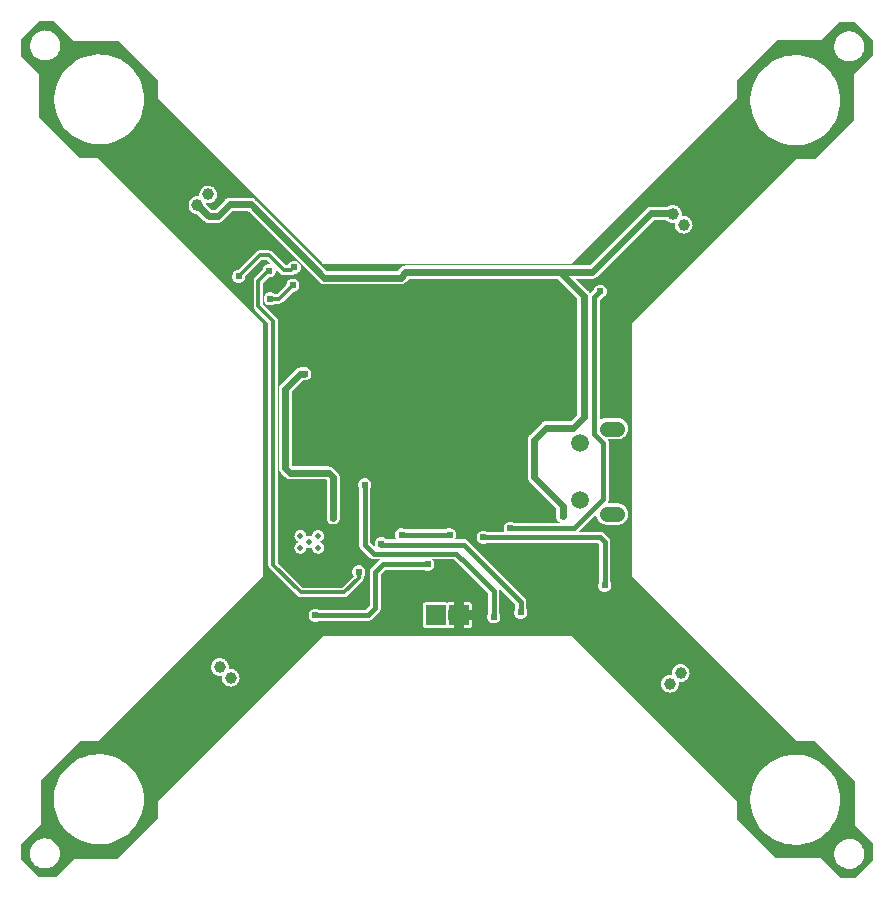
<source format=gbl>
G04 ---------------------------- Layer name :BOTTOM LAYER*
G04 EasyEDA v5.6.15, Thu, 26 Jul 2018 23:31:00 GMT*
G04 524904d139c848fcb6349d0702f66ca3*
G04 Gerber Generator version 0.2*
G04 Scale: 100 percent, Rotated: No, Reflected: No *
G04 Dimensions in inches *
G04 leading zeros omitted , absolute positions ,2 integer and 4 decimal *
%FSLAX24Y24*%
%MOIN*%
G90*
G70D02*

%ADD11C,0.012000*%
%ADD13C,0.018000*%
%ADD15C,0.024000*%
%ADD18C,0.022000*%
%ADD24C,0.019700*%
%ADD25C,0.024400*%
%ADD41C,0.039370*%
%ADD42R,0.066000X0.066000*%
%ADD43C,0.059055*%
%ADD44C,0.051181*%

%LPD*%
G36*
G01X27300Y0D02*
G01X26650Y650D01*
G01X25150Y650D01*
G01X23850Y1950D01*
G01X23850Y2563D01*
G01X18350Y8063D01*
G01X10050Y8063D01*
G01X4550Y2563D01*
G01X4550Y1963D01*
G01X3200Y613D01*
G01X1750Y613D01*
G01X1150Y13D01*
G01X600Y13D01*
G01X0Y613D01*
G01X0Y1113D01*
G01X650Y1763D01*
G01X650Y3263D01*
G01X1950Y4563D01*
G01X2550Y4563D01*
G01X8050Y10063D01*
G01X8050Y18480D01*
G01X3248Y23282D01*
G01X2536Y23994D01*
G01X1950Y23994D01*
G01X600Y25344D01*
G01X600Y26794D01*
G01X0Y27394D01*
G01X0Y27944D01*
G01X600Y28544D01*
G01X1100Y28544D01*
G01X1750Y27894D01*
G01X3250Y27894D01*
G01X4550Y26594D01*
G01X4550Y25980D01*
G01X10050Y20463D01*
G01X18335Y20463D01*
G01X23138Y25265D01*
G01X23850Y25978D01*
G01X23850Y26563D01*
G01X25200Y27913D01*
G01X26650Y27913D01*
G01X27250Y28513D01*
G01X27800Y28513D01*
G01X28400Y27913D01*
G01X28400Y27413D01*
G01X27750Y26763D01*
G01X27750Y25263D01*
G01X26450Y23963D01*
G01X25835Y23963D01*
G01X20350Y18484D01*
G01X20350Y10063D01*
G01X25151Y5261D01*
G01X25864Y4550D01*
G01X26450Y4550D01*
G01X27800Y3200D01*
G01X27800Y1750D01*
G01X28400Y1150D01*
G01X28400Y600D01*
G01X27800Y0D01*
G01X27300Y0D01*
G37*

%LPC*%
G36*
G01X787Y27238D02*
G01X837Y27239D01*
G01X886Y27245D01*
G01X935Y27256D01*
G01X982Y27272D01*
G01X1028Y27293D01*
G01X1071Y27317D01*
G01X1111Y27347D01*
G01X1149Y27380D01*
G01X1183Y27416D01*
G01X1213Y27456D01*
G01X1239Y27498D01*
G01X1260Y27543D01*
G01X1277Y27590D01*
G01X1290Y27638D01*
G01X1297Y27688D01*
G01X1300Y27738D01*
G01X1297Y27787D01*
G01X1290Y27837D01*
G01X1277Y27885D01*
G01X1260Y27932D01*
G01X1239Y27977D01*
G01X1213Y28019D01*
G01X1183Y28059D01*
G01X1149Y28095D01*
G01X1111Y28128D01*
G01X1071Y28158D01*
G01X1028Y28182D01*
G01X982Y28203D01*
G01X935Y28219D01*
G01X886Y28230D01*
G01X837Y28236D01*
G01X787Y28237D01*
G01X737Y28234D01*
G01X688Y28225D01*
G01X640Y28211D01*
G01X594Y28193D01*
G01X550Y28171D01*
G01X508Y28143D01*
G01X469Y28112D01*
G01X433Y28078D01*
G01X401Y28039D01*
G01X373Y27998D01*
G01X349Y27954D01*
G01X330Y27909D01*
G01X315Y27861D01*
G01X305Y27812D01*
G01X300Y27762D01*
G01X300Y27713D01*
G01X305Y27663D01*
G01X315Y27614D01*
G01X330Y27566D01*
G01X349Y27521D01*
G01X373Y27477D01*
G01X401Y27436D01*
G01X433Y27397D01*
G01X469Y27363D01*
G01X508Y27332D01*
G01X550Y27304D01*
G01X594Y27282D01*
G01X640Y27264D01*
G01X688Y27250D01*
G01X737Y27241D01*
G01X787Y27238D01*
G37*
G36*
G01X27587Y294D02*
G01X27637Y295D01*
G01X27686Y301D01*
G01X27735Y312D01*
G01X27782Y328D01*
G01X27828Y349D01*
G01X27871Y373D01*
G01X27911Y403D01*
G01X27949Y436D01*
G01X27983Y472D01*
G01X28013Y512D01*
G01X28039Y554D01*
G01X28060Y599D01*
G01X28077Y646D01*
G01X28090Y694D01*
G01X28097Y744D01*
G01X28100Y794D01*
G01X28097Y843D01*
G01X28090Y893D01*
G01X28077Y941D01*
G01X28060Y988D01*
G01X28039Y1033D01*
G01X28013Y1075D01*
G01X27983Y1115D01*
G01X27949Y1151D01*
G01X27911Y1184D01*
G01X27871Y1214D01*
G01X27828Y1238D01*
G01X27782Y1259D01*
G01X27735Y1275D01*
G01X27686Y1286D01*
G01X27637Y1292D01*
G01X27587Y1293D01*
G01X27537Y1290D01*
G01X27488Y1281D01*
G01X27440Y1267D01*
G01X27394Y1249D01*
G01X27350Y1227D01*
G01X27308Y1199D01*
G01X27269Y1168D01*
G01X27233Y1134D01*
G01X27201Y1095D01*
G01X27173Y1054D01*
G01X27149Y1010D01*
G01X27130Y965D01*
G01X27115Y917D01*
G01X27105Y868D01*
G01X27100Y818D01*
G01X27100Y769D01*
G01X27105Y719D01*
G01X27115Y670D01*
G01X27130Y622D01*
G01X27149Y577D01*
G01X27173Y533D01*
G01X27201Y492D01*
G01X27233Y453D01*
G01X27269Y419D01*
G01X27308Y388D01*
G01X27350Y360D01*
G01X27394Y338D01*
G01X27440Y320D01*
G01X27488Y306D01*
G01X27537Y297D01*
G01X27587Y294D01*
G37*
G36*
G01X773Y308D02*
G01X823Y309D01*
G01X872Y315D01*
G01X921Y326D01*
G01X968Y342D01*
G01X1014Y363D01*
G01X1057Y387D01*
G01X1097Y417D01*
G01X1135Y450D01*
G01X1169Y486D01*
G01X1199Y526D01*
G01X1225Y568D01*
G01X1246Y613D01*
G01X1263Y660D01*
G01X1276Y708D01*
G01X1283Y758D01*
G01X1286Y807D01*
G01X1283Y857D01*
G01X1276Y907D01*
G01X1263Y955D01*
G01X1246Y1002D01*
G01X1225Y1047D01*
G01X1199Y1089D01*
G01X1169Y1129D01*
G01X1135Y1165D01*
G01X1097Y1198D01*
G01X1057Y1228D01*
G01X1014Y1252D01*
G01X968Y1273D01*
G01X921Y1289D01*
G01X872Y1300D01*
G01X823Y1306D01*
G01X773Y1307D01*
G01X723Y1304D01*
G01X674Y1295D01*
G01X626Y1281D01*
G01X580Y1263D01*
G01X536Y1241D01*
G01X494Y1213D01*
G01X455Y1182D01*
G01X419Y1148D01*
G01X387Y1109D01*
G01X359Y1068D01*
G01X335Y1024D01*
G01X316Y979D01*
G01X301Y931D01*
G01X291Y882D01*
G01X286Y832D01*
G01X286Y783D01*
G01X291Y733D01*
G01X301Y684D01*
G01X316Y636D01*
G01X335Y591D01*
G01X359Y547D01*
G01X387Y506D01*
G01X419Y467D01*
G01X455Y433D01*
G01X494Y402D01*
G01X536Y374D01*
G01X580Y352D01*
G01X626Y334D01*
G01X674Y320D01*
G01X723Y311D01*
G01X773Y308D01*
G37*
G36*
G01X25762Y1094D02*
G01X25912Y1098D01*
G01X26060Y1116D01*
G01X26206Y1150D01*
G01X26348Y1197D01*
G01X26484Y1259D01*
G01X26613Y1333D01*
G01X26735Y1421D01*
G01X26847Y1520D01*
G01X26949Y1629D01*
G01X27039Y1749D01*
G01X27117Y1876D01*
G01X27182Y2011D01*
G01X27233Y2151D01*
G01X27270Y2296D01*
G01X27292Y2444D01*
G01X27300Y2594D01*
G01X27292Y2743D01*
G01X27270Y2891D01*
G01X27233Y3036D01*
G01X27182Y3176D01*
G01X27117Y3311D01*
G01X27039Y3438D01*
G01X26949Y3558D01*
G01X26847Y3667D01*
G01X26735Y3766D01*
G01X26613Y3854D01*
G01X26484Y3928D01*
G01X26348Y3990D01*
G01X26206Y4037D01*
G01X26060Y4071D01*
G01X25912Y4089D01*
G01X25762Y4093D01*
G01X25613Y4082D01*
G01X25466Y4056D01*
G01X25322Y4015D01*
G01X25183Y3961D01*
G01X25050Y3893D01*
G01X24924Y3811D01*
G01X24807Y3718D01*
G01X24700Y3614D01*
G01X24604Y3499D01*
G01X24520Y3376D01*
G01X24448Y3244D01*
G01X24390Y3107D01*
G01X24346Y2964D01*
G01X24316Y2817D01*
G01X24301Y2668D01*
G01X24301Y2519D01*
G01X24316Y2370D01*
G01X24346Y2223D01*
G01X24390Y2080D01*
G01X24448Y1943D01*
G01X24520Y1811D01*
G01X24604Y1688D01*
G01X24700Y1573D01*
G01X24807Y1469D01*
G01X24924Y1376D01*
G01X25050Y1294D01*
G01X25183Y1226D01*
G01X25322Y1172D01*
G01X25466Y1131D01*
G01X25613Y1105D01*
G01X25762Y1094D01*
G37*
G36*
G01X2548Y1108D02*
G01X2698Y1112D01*
G01X2846Y1130D01*
G01X2992Y1164D01*
G01X3134Y1211D01*
G01X3270Y1273D01*
G01X3399Y1347D01*
G01X3521Y1435D01*
G01X3633Y1534D01*
G01X3735Y1643D01*
G01X3825Y1763D01*
G01X3903Y1890D01*
G01X3968Y2025D01*
G01X4019Y2165D01*
G01X4056Y2310D01*
G01X4078Y2458D01*
G01X4086Y2607D01*
G01X4078Y2757D01*
G01X4056Y2905D01*
G01X4019Y3050D01*
G01X3968Y3190D01*
G01X3903Y3325D01*
G01X3825Y3452D01*
G01X3735Y3572D01*
G01X3633Y3681D01*
G01X3521Y3780D01*
G01X3399Y3868D01*
G01X3270Y3942D01*
G01X3134Y4004D01*
G01X2992Y4051D01*
G01X2846Y4085D01*
G01X2698Y4103D01*
G01X2548Y4107D01*
G01X2399Y4096D01*
G01X2252Y4070D01*
G01X2108Y4029D01*
G01X1969Y3975D01*
G01X1836Y3907D01*
G01X1710Y3825D01*
G01X1593Y3732D01*
G01X1486Y3628D01*
G01X1390Y3513D01*
G01X1306Y3390D01*
G01X1234Y3258D01*
G01X1176Y3121D01*
G01X1132Y2978D01*
G01X1102Y2831D01*
G01X1087Y2682D01*
G01X1087Y2533D01*
G01X1102Y2384D01*
G01X1132Y2237D01*
G01X1176Y2094D01*
G01X1234Y1957D01*
G01X1306Y1825D01*
G01X1390Y1702D01*
G01X1486Y1587D01*
G01X1593Y1483D01*
G01X1710Y1390D01*
G01X1836Y1308D01*
G01X1969Y1240D01*
G01X2108Y1186D01*
G01X2252Y1145D01*
G01X2399Y1119D01*
G01X2548Y1108D01*
G37*
G36*
G01X21614Y6169D02*
G01X21643Y6169D01*
G01X21673Y6173D01*
G01X21702Y6180D01*
G01X21730Y6189D01*
G01X21757Y6201D01*
G01X21782Y6216D01*
G01X21806Y6233D01*
G01X21829Y6253D01*
G01X21849Y6274D01*
G01X21867Y6298D01*
G01X21882Y6323D01*
G01X21895Y6350D01*
G01X21905Y6378D01*
G01X21912Y6406D01*
G01X21917Y6436D01*
G01X21918Y6465D01*
G01X21917Y6495D01*
G01X21912Y6524D01*
G01X21910Y6533D01*
G01X21912Y6532D01*
G01X21941Y6527D01*
G01X21970Y6525D01*
G01X22000Y6526D01*
G01X22029Y6529D01*
G01X22058Y6536D01*
G01X22086Y6545D01*
G01X22113Y6558D01*
G01X22139Y6572D01*
G01X22163Y6590D01*
G01X22185Y6609D01*
G01X22205Y6631D01*
G01X22223Y6654D01*
G01X22238Y6680D01*
G01X22251Y6706D01*
G01X22261Y6734D01*
G01X22269Y6763D01*
G01X22273Y6792D01*
G01X22275Y6822D01*
G01X22273Y6851D01*
G01X22269Y6881D01*
G01X22261Y6909D01*
G01X22251Y6937D01*
G01X22238Y6964D01*
G01X22223Y6989D01*
G01X22205Y7013D01*
G01X22185Y7034D01*
G01X22163Y7054D01*
G01X22139Y7071D01*
G01X22113Y7086D01*
G01X22086Y7098D01*
G01X22058Y7107D01*
G01X22029Y7114D01*
G01X22000Y7118D01*
G01X21970Y7118D01*
G01X21941Y7116D01*
G01X21912Y7111D01*
G01X21883Y7103D01*
G01X21856Y7092D01*
G01X21829Y7079D01*
G01X21804Y7063D01*
G01X21781Y7044D01*
G01X21760Y7024D01*
G01X21741Y7001D01*
G01X21724Y6976D01*
G01X21710Y6951D01*
G01X21699Y6923D01*
G01X21690Y6895D01*
G01X21684Y6866D01*
G01X21681Y6836D01*
G01X21681Y6807D01*
G01X21684Y6777D01*
G01X21689Y6754D01*
G01X21673Y6758D01*
G01X21643Y6761D01*
G01X21614Y6762D01*
G01X21584Y6760D01*
G01X21555Y6755D01*
G01X21527Y6747D01*
G01X21499Y6736D01*
G01X21473Y6722D01*
G01X21448Y6706D01*
G01X21425Y6688D01*
G01X21404Y6667D01*
G01X21385Y6645D01*
G01X21368Y6620D01*
G01X21354Y6594D01*
G01X21342Y6567D01*
G01X21334Y6539D01*
G01X21328Y6510D01*
G01X21325Y6480D01*
G01X21325Y6451D01*
G01X21328Y6421D01*
G01X21334Y6392D01*
G01X21342Y6364D01*
G01X21354Y6336D01*
G01X21368Y6311D01*
G01X21385Y6286D01*
G01X21404Y6263D01*
G01X21425Y6243D01*
G01X21448Y6224D01*
G01X21473Y6208D01*
G01X21499Y6195D01*
G01X21527Y6184D01*
G01X21555Y6176D01*
G01X21584Y6171D01*
G01X21614Y6169D01*
G37*
G36*
G01X6970Y6369D02*
G01X7000Y6369D01*
G01X7029Y6373D01*
G01X7058Y6380D01*
G01X7086Y6389D01*
G01X7113Y6401D01*
G01X7139Y6416D01*
G01X7163Y6433D01*
G01X7185Y6453D01*
G01X7205Y6474D01*
G01X7223Y6498D01*
G01X7238Y6523D01*
G01X7251Y6550D01*
G01X7261Y6578D01*
G01X7269Y6606D01*
G01X7273Y6636D01*
G01X7275Y6665D01*
G01X7273Y6695D01*
G01X7269Y6724D01*
G01X7261Y6753D01*
G01X7251Y6781D01*
G01X7238Y6807D01*
G01X7223Y6833D01*
G01X7205Y6856D01*
G01X7185Y6878D01*
G01X7163Y6897D01*
G01X7139Y6915D01*
G01X7113Y6929D01*
G01X7086Y6942D01*
G01X7058Y6951D01*
G01X7029Y6958D01*
G01X7000Y6961D01*
G01X6970Y6962D01*
G01X6941Y6960D01*
G01X6912Y6955D01*
G01X6910Y6954D01*
G01X6912Y6963D01*
G01X6917Y6992D01*
G01X6918Y7022D01*
G01X6917Y7051D01*
G01X6912Y7081D01*
G01X6905Y7109D01*
G01X6895Y7137D01*
G01X6882Y7164D01*
G01X6867Y7189D01*
G01X6849Y7213D01*
G01X6829Y7234D01*
G01X6806Y7254D01*
G01X6782Y7271D01*
G01X6757Y7286D01*
G01X6730Y7298D01*
G01X6702Y7307D01*
G01X6673Y7314D01*
G01X6643Y7318D01*
G01X6614Y7318D01*
G01X6584Y7316D01*
G01X6555Y7311D01*
G01X6527Y7303D01*
G01X6499Y7292D01*
G01X6473Y7279D01*
G01X6448Y7263D01*
G01X6425Y7244D01*
G01X6404Y7224D01*
G01X6385Y7201D01*
G01X6368Y7176D01*
G01X6354Y7151D01*
G01X6342Y7123D01*
G01X6334Y7095D01*
G01X6328Y7066D01*
G01X6325Y7036D01*
G01X6325Y7007D01*
G01X6328Y6977D01*
G01X6334Y6948D01*
G01X6342Y6920D01*
G01X6354Y6893D01*
G01X6368Y6867D01*
G01X6385Y6842D01*
G01X6404Y6820D01*
G01X6425Y6799D01*
G01X6448Y6781D01*
G01X6473Y6765D01*
G01X6499Y6751D01*
G01X6527Y6740D01*
G01X6555Y6732D01*
G01X6584Y6727D01*
G01X6614Y6725D01*
G01X6643Y6726D01*
G01X6673Y6729D01*
G01X6689Y6733D01*
G01X6684Y6710D01*
G01X6681Y6680D01*
G01X6681Y6651D01*
G01X6684Y6621D01*
G01X6690Y6592D01*
G01X6699Y6564D01*
G01X6710Y6536D01*
G01X6724Y6511D01*
G01X6741Y6486D01*
G01X6760Y6463D01*
G01X6781Y6443D01*
G01X6804Y6424D01*
G01X6829Y6408D01*
G01X6856Y6395D01*
G01X6883Y6384D01*
G01X6912Y6376D01*
G01X6941Y6371D01*
G01X6970Y6369D01*
G37*
G36*
G01X27587Y27208D02*
G01X27637Y27209D01*
G01X27686Y27215D01*
G01X27735Y27226D01*
G01X27782Y27242D01*
G01X27828Y27263D01*
G01X27871Y27287D01*
G01X27911Y27317D01*
G01X27949Y27350D01*
G01X27983Y27386D01*
G01X28013Y27426D01*
G01X28039Y27468D01*
G01X28060Y27513D01*
G01X28077Y27560D01*
G01X28090Y27608D01*
G01X28097Y27658D01*
G01X28100Y27707D01*
G01X28097Y27757D01*
G01X28090Y27807D01*
G01X28077Y27855D01*
G01X28060Y27902D01*
G01X28039Y27947D01*
G01X28013Y27989D01*
G01X27983Y28029D01*
G01X27949Y28065D01*
G01X27911Y28098D01*
G01X27871Y28128D01*
G01X27828Y28152D01*
G01X27782Y28173D01*
G01X27735Y28189D01*
G01X27686Y28200D01*
G01X27637Y28206D01*
G01X27587Y28207D01*
G01X27537Y28204D01*
G01X27488Y28195D01*
G01X27440Y28181D01*
G01X27394Y28163D01*
G01X27350Y28141D01*
G01X27308Y28113D01*
G01X27269Y28082D01*
G01X27233Y28048D01*
G01X27201Y28009D01*
G01X27173Y27968D01*
G01X27149Y27924D01*
G01X27130Y27879D01*
G01X27115Y27831D01*
G01X27105Y27782D01*
G01X27100Y27732D01*
G01X27100Y27683D01*
G01X27105Y27633D01*
G01X27115Y27584D01*
G01X27130Y27536D01*
G01X27149Y27491D01*
G01X27173Y27447D01*
G01X27201Y27406D01*
G01X27233Y27367D01*
G01X27269Y27333D01*
G01X27308Y27302D01*
G01X27350Y27274D01*
G01X27394Y27252D01*
G01X27440Y27234D01*
G01X27488Y27220D01*
G01X27537Y27211D01*
G01X27587Y27208D01*
G37*
G36*
G01X2562Y24438D02*
G01X2712Y24442D01*
G01X2860Y24460D01*
G01X3006Y24494D01*
G01X3148Y24541D01*
G01X3284Y24603D01*
G01X3413Y24677D01*
G01X3535Y24765D01*
G01X3647Y24864D01*
G01X3749Y24973D01*
G01X3839Y25093D01*
G01X3917Y25220D01*
G01X3982Y25355D01*
G01X4033Y25495D01*
G01X4070Y25640D01*
G01X4092Y25788D01*
G01X4100Y25938D01*
G01X4092Y26087D01*
G01X4070Y26235D01*
G01X4033Y26380D01*
G01X3982Y26520D01*
G01X3917Y26655D01*
G01X3839Y26782D01*
G01X3749Y26902D01*
G01X3647Y27011D01*
G01X3535Y27110D01*
G01X3413Y27198D01*
G01X3284Y27272D01*
G01X3148Y27334D01*
G01X3006Y27381D01*
G01X2860Y27415D01*
G01X2712Y27433D01*
G01X2562Y27437D01*
G01X2413Y27426D01*
G01X2266Y27400D01*
G01X2122Y27359D01*
G01X1983Y27305D01*
G01X1850Y27237D01*
G01X1724Y27155D01*
G01X1607Y27062D01*
G01X1500Y26958D01*
G01X1404Y26843D01*
G01X1320Y26720D01*
G01X1248Y26588D01*
G01X1190Y26451D01*
G01X1146Y26308D01*
G01X1116Y26161D01*
G01X1101Y26012D01*
G01X1101Y25863D01*
G01X1116Y25714D01*
G01X1146Y25567D01*
G01X1190Y25424D01*
G01X1248Y25287D01*
G01X1320Y25155D01*
G01X1404Y25032D01*
G01X1500Y24917D01*
G01X1607Y24813D01*
G01X1724Y24720D01*
G01X1850Y24638D01*
G01X1983Y24570D01*
G01X2122Y24516D01*
G01X2266Y24475D01*
G01X2413Y24449D01*
G01X2562Y24438D01*
G37*
G36*
G01X25762Y24408D02*
G01X25912Y24412D01*
G01X26060Y24430D01*
G01X26206Y24464D01*
G01X26348Y24511D01*
G01X26484Y24573D01*
G01X26613Y24647D01*
G01X26735Y24735D01*
G01X26847Y24834D01*
G01X26949Y24943D01*
G01X27039Y25063D01*
G01X27117Y25190D01*
G01X27182Y25325D01*
G01X27233Y25465D01*
G01X27270Y25610D01*
G01X27292Y25758D01*
G01X27300Y25907D01*
G01X27292Y26057D01*
G01X27270Y26205D01*
G01X27233Y26350D01*
G01X27182Y26490D01*
G01X27117Y26625D01*
G01X27039Y26752D01*
G01X26949Y26872D01*
G01X26847Y26981D01*
G01X26735Y27080D01*
G01X26613Y27168D01*
G01X26484Y27242D01*
G01X26348Y27304D01*
G01X26206Y27351D01*
G01X26060Y27385D01*
G01X25912Y27403D01*
G01X25762Y27407D01*
G01X25613Y27396D01*
G01X25466Y27370D01*
G01X25322Y27329D01*
G01X25183Y27275D01*
G01X25050Y27207D01*
G01X24924Y27125D01*
G01X24807Y27032D01*
G01X24700Y26928D01*
G01X24604Y26813D01*
G01X24520Y26690D01*
G01X24448Y26558D01*
G01X24390Y26421D01*
G01X24346Y26278D01*
G01X24316Y26131D01*
G01X24301Y25982D01*
G01X24301Y25833D01*
G01X24316Y25684D01*
G01X24346Y25537D01*
G01X24390Y25394D01*
G01X24448Y25257D01*
G01X24520Y25125D01*
G01X24604Y25002D01*
G01X24700Y24887D01*
G01X24807Y24783D01*
G01X24924Y24690D01*
G01X25050Y24608D01*
G01X25183Y24540D01*
G01X25322Y24486D01*
G01X25466Y24445D01*
G01X25613Y24419D01*
G01X25762Y24408D01*
G37*
G36*
G01X8294Y19072D02*
G01X8316Y19072D01*
G01X8338Y19075D01*
G01X8360Y19080D01*
G01X8381Y19087D01*
G01X8401Y19096D01*
G01X8420Y19107D01*
G01X8438Y19120D01*
G01X8453Y19134D01*
G01X8600Y19134D01*
G01X8605Y19134D01*
G01X8610Y19134D01*
G01X8616Y19134D01*
G01X8621Y19135D01*
G01X8627Y19136D01*
G01X8632Y19137D01*
G01X8637Y19138D01*
G01X8643Y19139D01*
G01X8648Y19141D01*
G01X8653Y19143D01*
G01X8658Y19145D01*
G01X8663Y19147D01*
G01X8668Y19149D01*
G01X8673Y19151D01*
G01X8678Y19154D01*
G01X8683Y19157D01*
G01X8687Y19160D01*
G01X8692Y19163D01*
G01X8696Y19166D01*
G01X8700Y19169D01*
G01X8705Y19173D01*
G01X8709Y19177D01*
G01X8713Y19180D01*
G01X9054Y19522D01*
G01X9066Y19522D01*
G01X9088Y19525D01*
G01X9110Y19530D01*
G01X9131Y19537D01*
G01X9151Y19546D01*
G01X9170Y19557D01*
G01X9188Y19570D01*
G01X9205Y19585D01*
G01X9220Y19601D01*
G01X9233Y19618D01*
G01X9244Y19637D01*
G01X9254Y19657D01*
G01X9262Y19678D01*
G01X9267Y19700D01*
G01X9270Y19721D01*
G01X9271Y19744D01*
G01X9270Y19766D01*
G01X9267Y19787D01*
G01X9262Y19809D01*
G01X9254Y19830D01*
G01X9244Y19850D01*
G01X9233Y19869D01*
G01X9220Y19886D01*
G01X9205Y19902D01*
G01X9188Y19917D01*
G01X9170Y19930D01*
G01X9151Y19941D01*
G01X9131Y19950D01*
G01X9110Y19957D01*
G01X9088Y19962D01*
G01X9066Y19965D01*
G01X9044Y19965D01*
G01X9022Y19964D01*
G01X9000Y19960D01*
G01X8979Y19954D01*
G01X8958Y19946D01*
G01X8938Y19936D01*
G01X8920Y19924D01*
G01X8903Y19910D01*
G01X8887Y19895D01*
G01X8873Y19878D01*
G01X8860Y19859D01*
G01X8849Y19840D01*
G01X8841Y19819D01*
G01X8834Y19798D01*
G01X8830Y19777D01*
G01X8828Y19755D01*
G01X8828Y19748D01*
G01X8533Y19453D01*
G01X8453Y19453D01*
G01X8438Y19467D01*
G01X8420Y19480D01*
G01X8401Y19491D01*
G01X8381Y19500D01*
G01X8360Y19507D01*
G01X8338Y19512D01*
G01X8316Y19515D01*
G01X8294Y19515D01*
G01X8272Y19514D01*
G01X8250Y19510D01*
G01X8229Y19504D01*
G01X8208Y19496D01*
G01X8188Y19486D01*
G01X8170Y19474D01*
G01X8153Y19460D01*
G01X8137Y19445D01*
G01X8123Y19428D01*
G01X8110Y19409D01*
G01X8099Y19390D01*
G01X8091Y19369D01*
G01X8084Y19348D01*
G01X8080Y19327D01*
G01X8078Y19305D01*
G01X8078Y19282D01*
G01X8080Y19260D01*
G01X8084Y19239D01*
G01X8091Y19218D01*
G01X8099Y19197D01*
G01X8110Y19178D01*
G01X8123Y19159D01*
G01X8137Y19142D01*
G01X8153Y19127D01*
G01X8170Y19113D01*
G01X8188Y19101D01*
G01X8208Y19091D01*
G01X8229Y19083D01*
G01X8250Y19077D01*
G01X8272Y19073D01*
G01X8294Y19072D01*
G37*
G36*
G01X14755Y8313D02*
G01X14919Y8313D01*
G01X14924Y8314D01*
G01X14928Y8314D01*
G01X14932Y8314D01*
G01X14936Y8315D01*
G01X14940Y8316D01*
G01X14944Y8317D01*
G01X14948Y8318D01*
G01X14952Y8319D01*
G01X14956Y8320D01*
G01X14960Y8322D01*
G01X14963Y8324D01*
G01X14967Y8326D01*
G01X14971Y8328D01*
G01X14974Y8330D01*
G01X14978Y8332D01*
G01X14981Y8335D01*
G01X14984Y8337D01*
G01X14987Y8340D01*
G01X14990Y8343D01*
G01X14993Y8346D01*
G01X14996Y8349D01*
G01X14998Y8352D01*
G01X15001Y8355D01*
G01X15003Y8359D01*
G01X15005Y8362D01*
G01X15007Y8366D01*
G01X15009Y8370D01*
G01X15011Y8373D01*
G01X15013Y8377D01*
G01X15014Y8381D01*
G01X15015Y8385D01*
G01X15016Y8389D01*
G01X15017Y8393D01*
G01X15018Y8397D01*
G01X15019Y8401D01*
G01X15019Y8405D01*
G01X15019Y8409D01*
G01X15019Y8413D01*
G01X15019Y8578D01*
G01X14755Y8578D01*
G01X14755Y8313D01*
G37*
G36*
G01X13480Y8313D02*
G01X14139Y8313D01*
G01X14144Y8314D01*
G01X14148Y8314D01*
G01X14152Y8314D01*
G01X14156Y8315D01*
G01X14160Y8316D01*
G01X14164Y8317D01*
G01X14168Y8318D01*
G01X14172Y8319D01*
G01X14176Y8320D01*
G01X14180Y8322D01*
G01X14183Y8324D01*
G01X14187Y8326D01*
G01X14191Y8328D01*
G01X14194Y8330D01*
G01X14198Y8332D01*
G01X14200Y8334D01*
G01X14201Y8332D01*
G01X14205Y8330D01*
G01X14208Y8328D01*
G01X14212Y8326D01*
G01X14216Y8324D01*
G01X14219Y8322D01*
G01X14223Y8320D01*
G01X14227Y8319D01*
G01X14231Y8318D01*
G01X14235Y8317D01*
G01X14239Y8316D01*
G01X14243Y8315D01*
G01X14247Y8314D01*
G01X14251Y8314D01*
G01X14255Y8314D01*
G01X14260Y8313D01*
G01X14425Y8313D01*
G01X14425Y8578D01*
G01X14239Y8578D01*
G01X14239Y8909D01*
G01X14425Y8909D01*
G01X14425Y9174D01*
G01X14260Y9174D01*
G01X14255Y9173D01*
G01X14251Y9173D01*
G01X14247Y9173D01*
G01X14243Y9172D01*
G01X14239Y9171D01*
G01X14235Y9170D01*
G01X14231Y9169D01*
G01X14227Y9168D01*
G01X14223Y9167D01*
G01X14219Y9165D01*
G01X14216Y9163D01*
G01X14212Y9161D01*
G01X14208Y9159D01*
G01X14205Y9157D01*
G01X14201Y9155D01*
G01X14200Y9153D01*
G01X14198Y9155D01*
G01X14194Y9157D01*
G01X14191Y9159D01*
G01X14187Y9161D01*
G01X14183Y9163D01*
G01X14180Y9165D01*
G01X14176Y9167D01*
G01X14172Y9168D01*
G01X14168Y9169D01*
G01X14164Y9170D01*
G01X14160Y9171D01*
G01X14156Y9172D01*
G01X14152Y9173D01*
G01X14148Y9173D01*
G01X14144Y9173D01*
G01X14139Y9174D01*
G01X13480Y9174D01*
G01X13475Y9173D01*
G01X13471Y9173D01*
G01X13467Y9173D01*
G01X13463Y9172D01*
G01X13459Y9171D01*
G01X13455Y9170D01*
G01X13451Y9169D01*
G01X13447Y9168D01*
G01X13443Y9167D01*
G01X13439Y9165D01*
G01X13436Y9163D01*
G01X13432Y9161D01*
G01X13428Y9159D01*
G01X13425Y9157D01*
G01X13421Y9155D01*
G01X13418Y9152D01*
G01X13415Y9150D01*
G01X13412Y9147D01*
G01X13409Y9144D01*
G01X13406Y9141D01*
G01X13403Y9138D01*
G01X13401Y9135D01*
G01X13398Y9132D01*
G01X13396Y9128D01*
G01X13394Y9125D01*
G01X13392Y9121D01*
G01X13390Y9117D01*
G01X13388Y9114D01*
G01X13386Y9110D01*
G01X13385Y9106D01*
G01X13384Y9102D01*
G01X13383Y9098D01*
G01X13382Y9094D01*
G01X13381Y9090D01*
G01X13380Y9086D01*
G01X13380Y9082D01*
G01X13380Y9078D01*
G01X13380Y9074D01*
G01X13380Y8413D01*
G01X13380Y8409D01*
G01X13380Y8405D01*
G01X13380Y8401D01*
G01X13381Y8397D01*
G01X13382Y8393D01*
G01X13383Y8389D01*
G01X13384Y8385D01*
G01X13385Y8381D01*
G01X13386Y8377D01*
G01X13388Y8373D01*
G01X13390Y8370D01*
G01X13392Y8366D01*
G01X13394Y8362D01*
G01X13396Y8359D01*
G01X13398Y8355D01*
G01X13401Y8352D01*
G01X13403Y8349D01*
G01X13406Y8346D01*
G01X13409Y8343D01*
G01X13412Y8340D01*
G01X13415Y8337D01*
G01X13418Y8335D01*
G01X13421Y8332D01*
G01X13425Y8330D01*
G01X13428Y8328D01*
G01X13432Y8326D01*
G01X13436Y8324D01*
G01X13439Y8322D01*
G01X13443Y8320D01*
G01X13447Y8319D01*
G01X13451Y8318D01*
G01X13455Y8317D01*
G01X13459Y8316D01*
G01X13463Y8315D01*
G01X13467Y8314D01*
G01X13471Y8314D01*
G01X13475Y8314D01*
G01X13480Y8313D01*
G37*
G36*
G01X10394Y11772D02*
G01X10416Y11772D01*
G01X10438Y11775D01*
G01X10460Y11780D01*
G01X10481Y11787D01*
G01X10501Y11796D01*
G01X10520Y11807D01*
G01X10538Y11820D01*
G01X10555Y11835D01*
G01X10570Y11851D01*
G01X10583Y11868D01*
G01X10594Y11887D01*
G01X10604Y11907D01*
G01X10612Y11928D01*
G01X10617Y11950D01*
G01X10620Y11971D01*
G01X10622Y11994D01*
G01X10620Y12016D01*
G01X10617Y12037D01*
G01X10612Y12059D01*
G01X10610Y12065D01*
G01X10610Y13344D01*
G01X10609Y13350D01*
G01X10609Y13356D01*
G01X10609Y13362D01*
G01X10608Y13368D01*
G01X10607Y13374D01*
G01X10606Y13380D01*
G01X10605Y13386D01*
G01X10604Y13392D01*
G01X10602Y13398D01*
G01X10601Y13404D01*
G01X10599Y13410D01*
G01X10597Y13415D01*
G01X10595Y13421D01*
G01X10592Y13427D01*
G01X10590Y13432D01*
G01X10587Y13438D01*
G01X10584Y13443D01*
G01X10581Y13449D01*
G01X10578Y13454D01*
G01X10575Y13459D01*
G01X10572Y13464D01*
G01X10568Y13469D01*
G01X10564Y13474D01*
G01X10560Y13478D01*
G01X10556Y13483D01*
G01X10552Y13488D01*
G01X10548Y13492D01*
G01X10398Y13642D01*
G01X10394Y13646D01*
G01X10389Y13650D01*
G01X10384Y13654D01*
G01X10380Y13658D01*
G01X10375Y13662D01*
G01X10370Y13666D01*
G01X10365Y13669D01*
G01X10360Y13672D01*
G01X10355Y13675D01*
G01X10349Y13678D01*
G01X10344Y13681D01*
G01X10338Y13684D01*
G01X10333Y13686D01*
G01X10327Y13689D01*
G01X10321Y13691D01*
G01X10316Y13693D01*
G01X10310Y13695D01*
G01X10304Y13696D01*
G01X10298Y13698D01*
G01X10292Y13699D01*
G01X10286Y13700D01*
G01X10280Y13701D01*
G01X10274Y13702D01*
G01X10268Y13703D01*
G01X10262Y13703D01*
G01X10256Y13703D01*
G01X10250Y13703D01*
G01X9036Y13703D01*
G01X9009Y13730D01*
G01X9009Y16207D01*
G01X9384Y16581D01*
G01X9400Y16577D01*
G01X9422Y16573D01*
G01X9444Y16572D01*
G01X9466Y16572D01*
G01X9488Y16575D01*
G01X9510Y16580D01*
G01X9531Y16587D01*
G01X9551Y16596D01*
G01X9570Y16607D01*
G01X9588Y16620D01*
G01X9605Y16635D01*
G01X9620Y16651D01*
G01X9633Y16668D01*
G01X9644Y16687D01*
G01X9654Y16707D01*
G01X9662Y16728D01*
G01X9667Y16750D01*
G01X9670Y16771D01*
G01X9672Y16794D01*
G01X9670Y16816D01*
G01X9667Y16837D01*
G01X9662Y16859D01*
G01X9654Y16880D01*
G01X9644Y16900D01*
G01X9633Y16919D01*
G01X9620Y16936D01*
G01X9605Y16952D01*
G01X9588Y16967D01*
G01X9570Y16980D01*
G01X9551Y16991D01*
G01X9531Y17000D01*
G01X9510Y17007D01*
G01X9488Y17012D01*
G01X9466Y17015D01*
G01X9444Y17015D01*
G01X9422Y17014D01*
G01X9400Y17010D01*
G01X9379Y17004D01*
G01X9378Y17003D01*
G01X9300Y17003D01*
G01X9293Y17003D01*
G01X9287Y17003D01*
G01X9281Y17003D01*
G01X9275Y17002D01*
G01X9269Y17001D01*
G01X9263Y17000D01*
G01X9257Y16999D01*
G01X9251Y16998D01*
G01X9245Y16996D01*
G01X9239Y16995D01*
G01X9233Y16993D01*
G01X9228Y16991D01*
G01X9222Y16989D01*
G01X9216Y16986D01*
G01X9211Y16984D01*
G01X9205Y16981D01*
G01X9200Y16978D01*
G01X9194Y16975D01*
G01X9189Y16972D01*
G01X9184Y16969D01*
G01X9179Y16966D01*
G01X9174Y16962D01*
G01X9169Y16958D01*
G01X9165Y16954D01*
G01X9160Y16950D01*
G01X9155Y16946D01*
G01X9151Y16942D01*
G01X8651Y16442D01*
G01X8647Y16438D01*
G01X8643Y16433D01*
G01X8639Y16428D01*
G01X8635Y16424D01*
G01X8631Y16419D01*
G01X8627Y16414D01*
G01X8624Y16409D01*
G01X8621Y16404D01*
G01X8618Y16399D01*
G01X8615Y16393D01*
G01X8612Y16388D01*
G01X8609Y16382D01*
G01X8607Y16377D01*
G01X8604Y16371D01*
G01X8602Y16365D01*
G01X8600Y16360D01*
G01X8598Y16354D01*
G01X8597Y16348D01*
G01X8595Y16342D01*
G01X8594Y16336D01*
G01X8593Y16330D01*
G01X8592Y16324D01*
G01X8591Y16318D01*
G01X8590Y16312D01*
G01X8590Y16306D01*
G01X8590Y16300D01*
G01X8590Y16294D01*
G01X8590Y13644D01*
G01X8590Y13637D01*
G01X8590Y13631D01*
G01X8590Y13625D01*
G01X8591Y13619D01*
G01X8592Y13613D01*
G01X8593Y13607D01*
G01X8594Y13601D01*
G01X8595Y13595D01*
G01X8597Y13589D01*
G01X8598Y13583D01*
G01X8600Y13577D01*
G01X8602Y13572D01*
G01X8604Y13566D01*
G01X8607Y13560D01*
G01X8609Y13555D01*
G01X8612Y13549D01*
G01X8615Y13544D01*
G01X8618Y13538D01*
G01X8621Y13533D01*
G01X8624Y13528D01*
G01X8627Y13523D01*
G01X8631Y13518D01*
G01X8635Y13513D01*
G01X8639Y13509D01*
G01X8643Y13504D01*
G01X8647Y13499D01*
G01X8651Y13495D01*
G01X8801Y13345D01*
G01X8805Y13341D01*
G01X8810Y13337D01*
G01X8815Y13333D01*
G01X8819Y13329D01*
G01X8824Y13325D01*
G01X8829Y13321D01*
G01X8834Y13318D01*
G01X8839Y13315D01*
G01X8844Y13312D01*
G01X8850Y13309D01*
G01X8855Y13306D01*
G01X8861Y13303D01*
G01X8866Y13301D01*
G01X8872Y13298D01*
G01X8878Y13296D01*
G01X8883Y13294D01*
G01X8889Y13292D01*
G01X8895Y13291D01*
G01X8901Y13289D01*
G01X8907Y13288D01*
G01X8913Y13287D01*
G01X8919Y13286D01*
G01X8925Y13285D01*
G01X8931Y13284D01*
G01X8937Y13284D01*
G01X8943Y13284D01*
G01X8950Y13284D01*
G01X10163Y13284D01*
G01X10189Y13257D01*
G01X10189Y12065D01*
G01X10184Y12048D01*
G01X10180Y12027D01*
G01X10178Y12005D01*
G01X10178Y11982D01*
G01X10180Y11960D01*
G01X10184Y11939D01*
G01X10191Y11918D01*
G01X10199Y11897D01*
G01X10210Y11878D01*
G01X10223Y11859D01*
G01X10237Y11842D01*
G01X10253Y11827D01*
G01X10270Y11813D01*
G01X10289Y11801D01*
G01X10308Y11791D01*
G01X10329Y11783D01*
G01X10350Y11777D01*
G01X10372Y11773D01*
G01X10394Y11772D01*
G37*
G36*
G01X15744Y8472D02*
G01X15766Y8472D01*
G01X15788Y8475D01*
G01X15810Y8480D01*
G01X15831Y8487D01*
G01X15851Y8496D01*
G01X15870Y8507D01*
G01X15888Y8520D01*
G01X15905Y8535D01*
G01X15920Y8551D01*
G01X15933Y8568D01*
G01X15944Y8587D01*
G01X15954Y8607D01*
G01X15962Y8628D01*
G01X15967Y8650D01*
G01X15970Y8671D01*
G01X15972Y8694D01*
G01X15970Y8716D01*
G01X15967Y8737D01*
G01X15962Y8759D01*
G01X15954Y8780D01*
G01X15944Y8800D01*
G01X15939Y8808D01*
G01X15939Y9544D01*
G01X15939Y9549D01*
G01X15939Y9555D01*
G01X15939Y9561D01*
G01X15938Y9566D01*
G01X15937Y9572D01*
G01X15936Y9578D01*
G01X15935Y9583D01*
G01X15934Y9589D01*
G01X15933Y9595D01*
G01X15931Y9600D01*
G01X15929Y9605D01*
G01X15927Y9611D01*
G01X15925Y9616D01*
G01X15923Y9621D01*
G01X15920Y9627D01*
G01X15918Y9632D01*
G01X15915Y9637D01*
G01X15912Y9642D01*
G01X15909Y9647D01*
G01X15906Y9651D01*
G01X15903Y9656D01*
G01X15899Y9661D01*
G01X15895Y9665D01*
G01X15892Y9669D01*
G01X15888Y9674D01*
G01X15884Y9678D01*
G01X14658Y10903D01*
G01X14671Y10903D01*
G01X16460Y9115D01*
G01X16460Y8958D01*
G01X16449Y8940D01*
G01X16441Y8919D01*
G01X16434Y8898D01*
G01X16430Y8877D01*
G01X16428Y8855D01*
G01X16428Y8832D01*
G01X16430Y8810D01*
G01X16434Y8789D01*
G01X16441Y8768D01*
G01X16449Y8747D01*
G01X16460Y8728D01*
G01X16473Y8709D01*
G01X16487Y8692D01*
G01X16503Y8677D01*
G01X16520Y8663D01*
G01X16539Y8651D01*
G01X16558Y8641D01*
G01X16579Y8633D01*
G01X16600Y8627D01*
G01X16622Y8623D01*
G01X16644Y8622D01*
G01X16666Y8622D01*
G01X16688Y8625D01*
G01X16710Y8630D01*
G01X16731Y8637D01*
G01X16751Y8646D01*
G01X16770Y8657D01*
G01X16788Y8670D01*
G01X16805Y8685D01*
G01X16820Y8701D01*
G01X16833Y8718D01*
G01X16844Y8737D01*
G01X16854Y8757D01*
G01X16862Y8778D01*
G01X16867Y8800D01*
G01X16870Y8821D01*
G01X16872Y8844D01*
G01X16870Y8866D01*
G01X16867Y8887D01*
G01X16862Y8909D01*
G01X16854Y8930D01*
G01X16844Y8950D01*
G01X16839Y8958D01*
G01X16839Y9194D01*
G01X16839Y9199D01*
G01X16839Y9205D01*
G01X16839Y9211D01*
G01X16838Y9216D01*
G01X16837Y9222D01*
G01X16836Y9228D01*
G01X16835Y9233D01*
G01X16834Y9239D01*
G01X16833Y9245D01*
G01X16831Y9250D01*
G01X16829Y9255D01*
G01X16827Y9261D01*
G01X16825Y9266D01*
G01X16823Y9271D01*
G01X16820Y9277D01*
G01X16818Y9282D01*
G01X16815Y9287D01*
G01X16812Y9292D01*
G01X16809Y9297D01*
G01X16806Y9301D01*
G01X16803Y9306D01*
G01X16799Y9311D01*
G01X16795Y9315D01*
G01X16792Y9319D01*
G01X16788Y9324D01*
G01X16784Y9328D01*
G01X14884Y11228D01*
G01X14880Y11232D01*
G01X14875Y11236D01*
G01X14871Y11239D01*
G01X14867Y11243D01*
G01X14862Y11247D01*
G01X14857Y11250D01*
G01X14853Y11253D01*
G01X14848Y11256D01*
G01X14843Y11259D01*
G01X14838Y11262D01*
G01X14833Y11264D01*
G01X14827Y11267D01*
G01X14822Y11269D01*
G01X14817Y11271D01*
G01X14811Y11273D01*
G01X14806Y11275D01*
G01X14801Y11277D01*
G01X14795Y11278D01*
G01X14789Y11279D01*
G01X14784Y11280D01*
G01X14778Y11281D01*
G01X14772Y11282D01*
G01X14767Y11283D01*
G01X14761Y11283D01*
G01X14755Y11283D01*
G01X14750Y11284D01*
G01X14442Y11284D01*
G01X14445Y11286D01*
G01X14458Y11303D01*
G01X14469Y11322D01*
G01X14479Y11342D01*
G01X14487Y11363D01*
G01X14492Y11385D01*
G01X14495Y11406D01*
G01X14497Y11428D01*
G01X14495Y11451D01*
G01X14492Y11472D01*
G01X14487Y11494D01*
G01X14479Y11515D01*
G01X14469Y11535D01*
G01X14458Y11554D01*
G01X14445Y11571D01*
G01X14430Y11587D01*
G01X14413Y11602D01*
G01X14395Y11615D01*
G01X14376Y11626D01*
G01X14356Y11635D01*
G01X14335Y11642D01*
G01X14313Y11647D01*
G01X14291Y11650D01*
G01X14269Y11650D01*
G01X14247Y11649D01*
G01X14225Y11645D01*
G01X14204Y11639D01*
G01X14183Y11631D01*
G01X14164Y11621D01*
G01X14160Y11619D01*
G01X12789Y11619D01*
G01X12776Y11626D01*
G01X12756Y11635D01*
G01X12735Y11642D01*
G01X12713Y11647D01*
G01X12691Y11650D01*
G01X12669Y11650D01*
G01X12647Y11649D01*
G01X12625Y11645D01*
G01X12604Y11639D01*
G01X12583Y11631D01*
G01X12564Y11621D01*
G01X12545Y11609D01*
G01X12528Y11595D01*
G01X12512Y11580D01*
G01X12498Y11563D01*
G01X12485Y11544D01*
G01X12474Y11525D01*
G01X12466Y11504D01*
G01X12459Y11483D01*
G01X12455Y11462D01*
G01X12453Y11440D01*
G01X12453Y11417D01*
G01X12455Y11395D01*
G01X12459Y11374D01*
G01X12466Y11353D01*
G01X12474Y11332D01*
G01X12485Y11313D01*
G01X12498Y11294D01*
G01X12507Y11284D01*
G01X12166Y11284D01*
G01X12155Y11295D01*
G01X12138Y11310D01*
G01X12120Y11323D01*
G01X12101Y11334D01*
G01X12081Y11343D01*
G01X12060Y11350D01*
G01X12038Y11355D01*
G01X12016Y11358D01*
G01X11994Y11358D01*
G01X11972Y11357D01*
G01X11950Y11353D01*
G01X11929Y11347D01*
G01X11908Y11339D01*
G01X11889Y11329D01*
G01X11870Y11317D01*
G01X11853Y11303D01*
G01X11837Y11288D01*
G01X11823Y11271D01*
G01X11810Y11252D01*
G01X11799Y11233D01*
G01X11791Y11212D01*
G01X11784Y11191D01*
G01X11780Y11170D01*
G01X11778Y11148D01*
G01X11778Y11125D01*
G01X11780Y11103D01*
G01X11784Y11082D01*
G01X11791Y11061D01*
G01X11799Y11040D01*
G01X11810Y11021D01*
G01X11823Y11002D01*
G01X11837Y10986D01*
G01X11839Y10984D01*
G01X11828Y10984D01*
G01X11639Y11172D01*
G01X11639Y12979D01*
G01X11644Y12987D01*
G01X11654Y13007D01*
G01X11662Y13028D01*
G01X11667Y13050D01*
G01X11670Y13071D01*
G01X11672Y13094D01*
G01X11670Y13116D01*
G01X11667Y13137D01*
G01X11662Y13159D01*
G01X11654Y13180D01*
G01X11644Y13200D01*
G01X11633Y13219D01*
G01X11620Y13236D01*
G01X11605Y13252D01*
G01X11588Y13267D01*
G01X11570Y13280D01*
G01X11551Y13291D01*
G01X11531Y13300D01*
G01X11510Y13307D01*
G01X11488Y13312D01*
G01X11466Y13315D01*
G01X11444Y13315D01*
G01X11422Y13314D01*
G01X11400Y13310D01*
G01X11379Y13304D01*
G01X11358Y13296D01*
G01X11339Y13286D01*
G01X11320Y13274D01*
G01X11303Y13260D01*
G01X11287Y13245D01*
G01X11273Y13228D01*
G01X11260Y13209D01*
G01X11249Y13190D01*
G01X11241Y13169D01*
G01X11234Y13148D01*
G01X11230Y13127D01*
G01X11228Y13105D01*
G01X11228Y13082D01*
G01X11230Y13060D01*
G01X11234Y13039D01*
G01X11241Y13018D01*
G01X11249Y12997D01*
G01X11260Y12979D01*
G01X11260Y11094D01*
G01X11260Y11088D01*
G01X11260Y11082D01*
G01X11260Y11076D01*
G01X11261Y11071D01*
G01X11262Y11065D01*
G01X11263Y11059D01*
G01X11264Y11054D01*
G01X11265Y11048D01*
G01X11266Y11042D01*
G01X11268Y11037D01*
G01X11270Y11032D01*
G01X11272Y11026D01*
G01X11274Y11021D01*
G01X11276Y11016D01*
G01X11279Y11010D01*
G01X11281Y11005D01*
G01X11284Y11000D01*
G01X11287Y10995D01*
G01X11290Y10990D01*
G01X11293Y10986D01*
G01X11296Y10981D01*
G01X11300Y10976D01*
G01X11304Y10972D01*
G01X11307Y10968D01*
G01X11311Y10963D01*
G01X11315Y10959D01*
G01X11615Y10659D01*
G01X11619Y10655D01*
G01X11624Y10651D01*
G01X11628Y10648D01*
G01X11632Y10644D01*
G01X11637Y10640D01*
G01X11642Y10637D01*
G01X11646Y10634D01*
G01X11651Y10631D01*
G01X11656Y10628D01*
G01X11661Y10625D01*
G01X11666Y10623D01*
G01X11672Y10620D01*
G01X11677Y10618D01*
G01X11682Y10616D01*
G01X11688Y10614D01*
G01X11693Y10612D01*
G01X11698Y10610D01*
G01X11704Y10609D01*
G01X11710Y10608D01*
G01X11715Y10607D01*
G01X11721Y10606D01*
G01X11727Y10605D01*
G01X11732Y10604D01*
G01X11738Y10604D01*
G01X11744Y10604D01*
G01X11750Y10603D01*
G01X11947Y10603D01*
G01X11946Y10603D01*
G01X11942Y10600D01*
G01X11937Y10597D01*
G01X11932Y10593D01*
G01X11928Y10589D01*
G01X11924Y10586D01*
G01X11919Y10582D01*
G01X11915Y10578D01*
G01X11665Y10328D01*
G01X11661Y10324D01*
G01X11657Y10319D01*
G01X11654Y10315D01*
G01X11650Y10311D01*
G01X11646Y10306D01*
G01X11643Y10301D01*
G01X11640Y10297D01*
G01X11637Y10292D01*
G01X11634Y10287D01*
G01X11631Y10282D01*
G01X11629Y10277D01*
G01X11626Y10271D01*
G01X11624Y10266D01*
G01X11622Y10261D01*
G01X11620Y10255D01*
G01X11618Y10250D01*
G01X11616Y10245D01*
G01X11615Y10239D01*
G01X11614Y10233D01*
G01X11613Y10228D01*
G01X11612Y10222D01*
G01X11611Y10216D01*
G01X11610Y10211D01*
G01X11610Y10205D01*
G01X11610Y10199D01*
G01X11610Y10194D01*
G01X11610Y9072D01*
G01X11471Y8934D01*
G01X9914Y8934D01*
G01X9901Y8941D01*
G01X9881Y8950D01*
G01X9860Y8957D01*
G01X9838Y8962D01*
G01X9816Y8965D01*
G01X9794Y8965D01*
G01X9772Y8964D01*
G01X9750Y8960D01*
G01X9729Y8954D01*
G01X9708Y8946D01*
G01X9689Y8936D01*
G01X9670Y8924D01*
G01X9653Y8910D01*
G01X9637Y8895D01*
G01X9623Y8878D01*
G01X9610Y8859D01*
G01X9599Y8840D01*
G01X9591Y8819D01*
G01X9584Y8798D01*
G01X9580Y8777D01*
G01X9578Y8755D01*
G01X9578Y8732D01*
G01X9580Y8710D01*
G01X9584Y8689D01*
G01X9591Y8668D01*
G01X9599Y8647D01*
G01X9610Y8628D01*
G01X9623Y8609D01*
G01X9637Y8592D01*
G01X9653Y8577D01*
G01X9670Y8563D01*
G01X9689Y8551D01*
G01X9708Y8541D01*
G01X9729Y8533D01*
G01X9750Y8527D01*
G01X9772Y8523D01*
G01X9794Y8522D01*
G01X9816Y8522D01*
G01X9838Y8525D01*
G01X9860Y8530D01*
G01X9881Y8537D01*
G01X9901Y8546D01*
G01X9914Y8553D01*
G01X11550Y8553D01*
G01X11555Y8554D01*
G01X11561Y8554D01*
G01X11567Y8554D01*
G01X11572Y8555D01*
G01X11578Y8556D01*
G01X11584Y8557D01*
G01X11589Y8558D01*
G01X11595Y8559D01*
G01X11601Y8560D01*
G01X11606Y8562D01*
G01X11611Y8564D01*
G01X11617Y8566D01*
G01X11622Y8568D01*
G01X11627Y8570D01*
G01X11633Y8573D01*
G01X11638Y8575D01*
G01X11643Y8578D01*
G01X11648Y8581D01*
G01X11653Y8584D01*
G01X11657Y8587D01*
G01X11662Y8590D01*
G01X11667Y8594D01*
G01X11671Y8598D01*
G01X11675Y8601D01*
G01X11680Y8605D01*
G01X11684Y8609D01*
G01X11934Y8859D01*
G01X11938Y8863D01*
G01X11942Y8868D01*
G01X11945Y8872D01*
G01X11949Y8876D01*
G01X11953Y8881D01*
G01X11956Y8886D01*
G01X11959Y8890D01*
G01X11962Y8895D01*
G01X11965Y8900D01*
G01X11968Y8905D01*
G01X11970Y8910D01*
G01X11973Y8916D01*
G01X11975Y8921D01*
G01X11977Y8926D01*
G01X11979Y8932D01*
G01X11981Y8937D01*
G01X11983Y8942D01*
G01X11984Y8948D01*
G01X11985Y8954D01*
G01X11986Y8959D01*
G01X11987Y8965D01*
G01X11988Y8971D01*
G01X11989Y8976D01*
G01X11989Y8982D01*
G01X11989Y8988D01*
G01X11989Y8994D01*
G01X11989Y10115D01*
G01X12128Y10253D01*
G01X13435Y10253D01*
G01X13439Y10251D01*
G01X13458Y10241D01*
G01X13479Y10233D01*
G01X13500Y10227D01*
G01X13522Y10223D01*
G01X13544Y10222D01*
G01X13566Y10222D01*
G01X13588Y10225D01*
G01X13610Y10230D01*
G01X13631Y10237D01*
G01X13651Y10246D01*
G01X13670Y10257D01*
G01X13688Y10270D01*
G01X13705Y10285D01*
G01X13720Y10301D01*
G01X13733Y10318D01*
G01X13744Y10337D01*
G01X13754Y10357D01*
G01X13762Y10378D01*
G01X13767Y10400D01*
G01X13770Y10421D01*
G01X13772Y10444D01*
G01X13770Y10466D01*
G01X13767Y10487D01*
G01X13762Y10509D01*
G01X13754Y10530D01*
G01X13744Y10550D01*
G01X13733Y10569D01*
G01X13720Y10586D01*
G01X13705Y10602D01*
G01X13703Y10603D01*
G01X14421Y10603D01*
G01X15560Y9465D01*
G01X15560Y8808D01*
G01X15549Y8790D01*
G01X15541Y8769D01*
G01X15534Y8748D01*
G01X15530Y8727D01*
G01X15528Y8705D01*
G01X15528Y8682D01*
G01X15530Y8660D01*
G01X15534Y8639D01*
G01X15541Y8618D01*
G01X15549Y8597D01*
G01X15560Y8578D01*
G01X15573Y8559D01*
G01X15587Y8542D01*
G01X15603Y8527D01*
G01X15620Y8513D01*
G01X15639Y8501D01*
G01X15658Y8491D01*
G01X15679Y8483D01*
G01X15700Y8477D01*
G01X15722Y8473D01*
G01X15744Y8472D01*
G37*
G36*
G01X9300Y10798D02*
G01X9319Y10799D01*
G01X9339Y10801D01*
G01X9358Y10805D01*
G01X9377Y10812D01*
G01X9395Y10820D01*
G01X9412Y10830D01*
G01X9428Y10841D01*
G01X9443Y10854D01*
G01X9457Y10869D01*
G01X9469Y10885D01*
G01X9479Y10902D01*
G01X9487Y10919D01*
G01X9494Y10938D01*
G01X9499Y10957D01*
G01X9502Y10977D01*
G01X9503Y10997D01*
G01X9502Y11016D01*
G01X9501Y11021D01*
G01X9518Y11013D01*
G01X9536Y11005D01*
G01X9555Y11000D01*
G01X9575Y10997D01*
G01X9595Y10995D01*
G01X9614Y10996D01*
G01X9634Y10998D01*
G01X9653Y11002D01*
G01X9672Y11009D01*
G01X9690Y11017D01*
G01X9698Y11021D01*
G01X9696Y11006D01*
G01X9696Y10987D01*
G01X9698Y10967D01*
G01X9702Y10948D01*
G01X9708Y10929D01*
G01X9716Y10910D01*
G01X9725Y10893D01*
G01X9736Y10877D01*
G01X9749Y10861D01*
G01X9763Y10848D01*
G01X9779Y10835D01*
G01X9795Y10825D01*
G01X9813Y10816D01*
G01X9831Y10808D01*
G01X9850Y10803D01*
G01X9870Y10800D01*
G01X9890Y10798D01*
G01X9909Y10799D01*
G01X9929Y10801D01*
G01X9948Y10805D01*
G01X9967Y10812D01*
G01X9985Y10820D01*
G01X10002Y10830D01*
G01X10018Y10841D01*
G01X10033Y10854D01*
G01X10047Y10869D01*
G01X10059Y10885D01*
G01X10069Y10902D01*
G01X10077Y10919D01*
G01X10084Y10938D01*
G01X10089Y10957D01*
G01X10092Y10977D01*
G01X10093Y10997D01*
G01X10092Y11016D01*
G01X10089Y11036D01*
G01X10084Y11055D01*
G01X10077Y11074D01*
G01X10069Y11091D01*
G01X10059Y11108D01*
G01X10047Y11124D01*
G01X10033Y11139D01*
G01X10018Y11152D01*
G01X10002Y11163D01*
G01X9985Y11173D01*
G01X9967Y11181D01*
G01X9948Y11188D01*
G01X9929Y11192D01*
G01X9917Y11194D01*
G01X9929Y11195D01*
G01X9948Y11199D01*
G01X9967Y11206D01*
G01X9985Y11214D01*
G01X10002Y11224D01*
G01X10018Y11235D01*
G01X10033Y11248D01*
G01X10047Y11263D01*
G01X10059Y11279D01*
G01X10069Y11296D01*
G01X10077Y11313D01*
G01X10084Y11332D01*
G01X10089Y11351D01*
G01X10092Y11371D01*
G01X10093Y11390D01*
G01X10092Y11410D01*
G01X10089Y11430D01*
G01X10084Y11449D01*
G01X10077Y11468D01*
G01X10069Y11485D01*
G01X10059Y11502D01*
G01X10047Y11518D01*
G01X10033Y11533D01*
G01X10018Y11546D01*
G01X10002Y11557D01*
G01X9985Y11567D01*
G01X9967Y11575D01*
G01X9948Y11582D01*
G01X9929Y11586D01*
G01X9909Y11588D01*
G01X9890Y11589D01*
G01X9870Y11587D01*
G01X9850Y11584D01*
G01X9831Y11579D01*
G01X9813Y11571D01*
G01X9795Y11562D01*
G01X9779Y11552D01*
G01X9763Y11539D01*
G01X9749Y11526D01*
G01X9736Y11510D01*
G01X9725Y11494D01*
G01X9716Y11477D01*
G01X9708Y11458D01*
G01X9702Y11439D01*
G01X9698Y11420D01*
G01X9696Y11400D01*
G01X9696Y11381D01*
G01X9698Y11366D01*
G01X9690Y11370D01*
G01X9672Y11378D01*
G01X9653Y11385D01*
G01X9634Y11389D01*
G01X9614Y11391D01*
G01X9595Y11392D01*
G01X9575Y11390D01*
G01X9555Y11387D01*
G01X9536Y11382D01*
G01X9518Y11374D01*
G01X9501Y11366D01*
G01X9502Y11371D01*
G01X9503Y11390D01*
G01X9502Y11410D01*
G01X9499Y11430D01*
G01X9494Y11449D01*
G01X9487Y11468D01*
G01X9479Y11485D01*
G01X9469Y11502D01*
G01X9457Y11518D01*
G01X9443Y11533D01*
G01X9428Y11546D01*
G01X9412Y11557D01*
G01X9395Y11567D01*
G01X9377Y11575D01*
G01X9358Y11582D01*
G01X9339Y11586D01*
G01X9319Y11588D01*
G01X9300Y11589D01*
G01X9280Y11587D01*
G01X9260Y11584D01*
G01X9241Y11579D01*
G01X9223Y11571D01*
G01X9205Y11562D01*
G01X9189Y11552D01*
G01X9173Y11539D01*
G01X9159Y11526D01*
G01X9146Y11510D01*
G01X9135Y11494D01*
G01X9126Y11477D01*
G01X9118Y11458D01*
G01X9112Y11439D01*
G01X9108Y11420D01*
G01X9106Y11400D01*
G01X9106Y11381D01*
G01X9108Y11361D01*
G01X9112Y11342D01*
G01X9118Y11323D01*
G01X9126Y11304D01*
G01X9135Y11287D01*
G01X9146Y11271D01*
G01X9159Y11255D01*
G01X9173Y11242D01*
G01X9189Y11229D01*
G01X9205Y11219D01*
G01X9223Y11210D01*
G01X9241Y11202D01*
G01X9260Y11197D01*
G01X9280Y11194D01*
G01X9280Y11194D01*
G01X9280Y11193D01*
G01X9260Y11190D01*
G01X9241Y11185D01*
G01X9223Y11177D01*
G01X9205Y11168D01*
G01X9189Y11158D01*
G01X9173Y11145D01*
G01X9159Y11132D01*
G01X9146Y11116D01*
G01X9135Y11100D01*
G01X9126Y11083D01*
G01X9118Y11064D01*
G01X9112Y11045D01*
G01X9108Y11026D01*
G01X9106Y11006D01*
G01X9106Y10987D01*
G01X9108Y10967D01*
G01X9112Y10948D01*
G01X9118Y10929D01*
G01X9126Y10910D01*
G01X9135Y10893D01*
G01X9146Y10877D01*
G01X9159Y10861D01*
G01X9173Y10848D01*
G01X9189Y10835D01*
G01X9205Y10825D01*
G01X9223Y10816D01*
G01X9241Y10808D01*
G01X9260Y10803D01*
G01X9280Y10800D01*
G01X9300Y10798D01*
G37*
G36*
G01X19444Y9522D02*
G01X19466Y9522D01*
G01X19488Y9525D01*
G01X19510Y9530D01*
G01X19531Y9537D01*
G01X19551Y9546D01*
G01X19570Y9557D01*
G01X19588Y9570D01*
G01X19605Y9585D01*
G01X19620Y9601D01*
G01X19633Y9618D01*
G01X19644Y9637D01*
G01X19654Y9657D01*
G01X19662Y9678D01*
G01X19667Y9700D01*
G01X19670Y9721D01*
G01X19672Y9744D01*
G01X19670Y9766D01*
G01X19667Y9787D01*
G01X19662Y9809D01*
G01X19654Y9830D01*
G01X19644Y9850D01*
G01X19639Y9858D01*
G01X19639Y11194D01*
G01X19639Y11199D01*
G01X19639Y11205D01*
G01X19639Y11211D01*
G01X19638Y11216D01*
G01X19637Y11222D01*
G01X19636Y11228D01*
G01X19635Y11233D01*
G01X19634Y11239D01*
G01X19633Y11245D01*
G01X19631Y11250D01*
G01X19629Y11255D01*
G01X19627Y11261D01*
G01X19625Y11266D01*
G01X19623Y11271D01*
G01X19620Y11277D01*
G01X19618Y11282D01*
G01X19615Y11287D01*
G01X19612Y11292D01*
G01X19609Y11297D01*
G01X19606Y11301D01*
G01X19603Y11306D01*
G01X19599Y11311D01*
G01X19595Y11315D01*
G01X19592Y11319D01*
G01X19588Y11324D01*
G01X19584Y11328D01*
G01X19434Y11478D01*
G01X19430Y11482D01*
G01X19425Y11486D01*
G01X19421Y11489D01*
G01X19417Y11493D01*
G01X19412Y11497D01*
G01X19407Y11500D01*
G01X19403Y11503D01*
G01X19398Y11506D01*
G01X19393Y11509D01*
G01X19388Y11512D01*
G01X19383Y11514D01*
G01X19377Y11517D01*
G01X19372Y11519D01*
G01X19367Y11521D01*
G01X19361Y11523D01*
G01X19356Y11525D01*
G01X19351Y11527D01*
G01X19345Y11528D01*
G01X19339Y11529D01*
G01X19334Y11530D01*
G01X19328Y11531D01*
G01X19322Y11532D01*
G01X19317Y11533D01*
G01X19311Y11533D01*
G01X19305Y11533D01*
G01X19300Y11534D01*
G01X18573Y11534D01*
G01X19163Y12123D01*
G01X19163Y12112D01*
G01X19163Y12107D01*
G01X19163Y12094D01*
G01X19164Y12089D01*
G01X19165Y12077D01*
G01X19166Y12072D01*
G01X19167Y12059D01*
G01X19168Y12054D01*
G01X19171Y12042D01*
G01X19172Y12037D01*
G01X19175Y12025D01*
G01X19176Y12020D01*
G01X19180Y12007D01*
G01X19182Y12003D01*
G01X19186Y11991D01*
G01X19188Y11986D01*
G01X19193Y11974D01*
G01X19195Y11970D01*
G01X19200Y11958D01*
G01X19203Y11954D01*
G01X19209Y11943D01*
G01X19211Y11938D01*
G01X19218Y11928D01*
G01X19221Y11923D01*
G01X19228Y11913D01*
G01X19231Y11909D01*
G01X19239Y11899D01*
G01X19242Y11895D01*
G01X19250Y11885D01*
G01X19253Y11881D01*
G01X19262Y11872D01*
G01X19265Y11868D01*
G01X19274Y11859D01*
G01X19278Y11856D01*
G01X19288Y11847D01*
G01X19292Y11844D01*
G01X19302Y11836D01*
G01X19305Y11833D01*
G01X19316Y11826D01*
G01X19320Y11823D01*
G01X19331Y11816D01*
G01X19335Y11814D01*
G01X19346Y11807D01*
G01X19350Y11805D01*
G01X19362Y11799D01*
G01X19366Y11797D01*
G01X19378Y11792D01*
G01X19382Y11790D01*
G01X19394Y11785D01*
G01X19399Y11783D01*
G01X19411Y11779D01*
G01X19416Y11778D01*
G01X19428Y11774D01*
G01X19433Y11773D01*
G01X19445Y11770D01*
G01X19450Y11769D01*
G01X19463Y11767D01*
G01X19468Y11766D01*
G01X19480Y11765D01*
G01X19485Y11764D01*
G01X19498Y11763D01*
G01X19503Y11763D01*
G01X19516Y11763D01*
G01X19518Y11763D01*
G01X19873Y11763D01*
G01X19875Y11763D01*
G01X19888Y11763D01*
G01X19893Y11763D01*
G01X19906Y11764D01*
G01X19911Y11765D01*
G01X19923Y11766D01*
G01X19928Y11767D01*
G01X19941Y11769D01*
G01X19946Y11770D01*
G01X19958Y11773D01*
G01X19963Y11774D01*
G01X19975Y11778D01*
G01X19980Y11779D01*
G01X19992Y11783D01*
G01X19997Y11785D01*
G01X20009Y11790D01*
G01X20013Y11792D01*
G01X20025Y11797D01*
G01X20029Y11799D01*
G01X20041Y11805D01*
G01X20045Y11807D01*
G01X20056Y11814D01*
G01X20060Y11816D01*
G01X20071Y11823D01*
G01X20075Y11826D01*
G01X20086Y11833D01*
G01X20089Y11836D01*
G01X20099Y11844D01*
G01X20103Y11847D01*
G01X20113Y11856D01*
G01X20117Y11859D01*
G01X20126Y11868D01*
G01X20129Y11872D01*
G01X20138Y11881D01*
G01X20141Y11885D01*
G01X20149Y11895D01*
G01X20152Y11899D01*
G01X20160Y11909D01*
G01X20163Y11913D01*
G01X20170Y11923D01*
G01X20173Y11928D01*
G01X20180Y11938D01*
G01X20182Y11943D01*
G01X20188Y11954D01*
G01X20191Y11958D01*
G01X20196Y11970D01*
G01X20198Y11974D01*
G01X20203Y11986D01*
G01X20205Y11991D01*
G01X20209Y12003D01*
G01X20211Y12007D01*
G01X20215Y12020D01*
G01X20216Y12025D01*
G01X20219Y12037D01*
G01X20220Y12042D01*
G01X20223Y12054D01*
G01X20224Y12059D01*
G01X20225Y12072D01*
G01X20226Y12077D01*
G01X20227Y12089D01*
G01X20228Y12094D01*
G01X20228Y12107D01*
G01X20228Y12112D01*
G01X20228Y12125D01*
G01X20228Y12130D01*
G01X20228Y12143D01*
G01X20227Y12148D01*
G01X20226Y12160D01*
G01X20225Y12165D01*
G01X20224Y12178D01*
G01X20223Y12183D01*
G01X20220Y12195D01*
G01X20219Y12200D01*
G01X20216Y12212D01*
G01X20215Y12217D01*
G01X20211Y12230D01*
G01X20209Y12234D01*
G01X20205Y12246D01*
G01X20203Y12251D01*
G01X20198Y12263D01*
G01X20196Y12267D01*
G01X20191Y12279D01*
G01X20188Y12283D01*
G01X20182Y12294D01*
G01X20180Y12299D01*
G01X20173Y12309D01*
G01X20170Y12314D01*
G01X20163Y12324D01*
G01X20160Y12328D01*
G01X20152Y12338D01*
G01X20149Y12342D01*
G01X20141Y12352D01*
G01X20138Y12356D01*
G01X20129Y12365D01*
G01X20126Y12369D01*
G01X20117Y12378D01*
G01X20113Y12381D01*
G01X20103Y12390D01*
G01X20099Y12393D01*
G01X20089Y12401D01*
G01X20086Y12404D01*
G01X20075Y12411D01*
G01X20071Y12414D01*
G01X20060Y12421D01*
G01X20056Y12423D01*
G01X20045Y12430D01*
G01X20041Y12432D01*
G01X20029Y12438D01*
G01X20025Y12440D01*
G01X20013Y12446D01*
G01X20009Y12447D01*
G01X19997Y12452D01*
G01X19992Y12454D01*
G01X19980Y12458D01*
G01X19975Y12459D01*
G01X19963Y12463D01*
G01X19958Y12464D01*
G01X19946Y12467D01*
G01X19941Y12468D01*
G01X19928Y12470D01*
G01X19923Y12471D01*
G01X19911Y12472D01*
G01X19906Y12473D01*
G01X19893Y12474D01*
G01X19888Y12474D01*
G01X19875Y12474D01*
G01X19873Y12474D01*
G01X19518Y12474D01*
G01X19516Y12474D01*
G01X19514Y12474D01*
G01X19534Y12494D01*
G01X19538Y12498D01*
G01X19542Y12503D01*
G01X19545Y12507D01*
G01X19549Y12511D01*
G01X19553Y12516D01*
G01X19556Y12521D01*
G01X19559Y12525D01*
G01X19562Y12530D01*
G01X19565Y12535D01*
G01X19568Y12540D01*
G01X19570Y12545D01*
G01X19573Y12551D01*
G01X19575Y12556D01*
G01X19577Y12561D01*
G01X19579Y12567D01*
G01X19581Y12572D01*
G01X19583Y12577D01*
G01X19584Y12583D01*
G01X19585Y12589D01*
G01X19586Y12594D01*
G01X19587Y12600D01*
G01X19588Y12606D01*
G01X19589Y12611D01*
G01X19589Y12617D01*
G01X19589Y12623D01*
G01X19589Y12628D01*
G01X19589Y14494D01*
G01X19589Y14499D01*
G01X19589Y14505D01*
G01X19589Y14511D01*
G01X19588Y14516D01*
G01X19587Y14522D01*
G01X19586Y14528D01*
G01X19585Y14533D01*
G01X19584Y14539D01*
G01X19583Y14545D01*
G01X19581Y14550D01*
G01X19579Y14555D01*
G01X19577Y14561D01*
G01X19575Y14566D01*
G01X19573Y14571D01*
G01X19570Y14577D01*
G01X19568Y14582D01*
G01X19565Y14587D01*
G01X19562Y14592D01*
G01X19559Y14597D01*
G01X19556Y14601D01*
G01X19553Y14606D01*
G01X19549Y14611D01*
G01X19548Y14613D01*
G01X19873Y14613D01*
G01X19875Y14613D01*
G01X19888Y14613D01*
G01X19893Y14613D01*
G01X19906Y14614D01*
G01X19911Y14615D01*
G01X19923Y14616D01*
G01X19928Y14617D01*
G01X19941Y14619D01*
G01X19946Y14620D01*
G01X19958Y14623D01*
G01X19963Y14624D01*
G01X19975Y14628D01*
G01X19980Y14629D01*
G01X19992Y14633D01*
G01X19997Y14635D01*
G01X20009Y14640D01*
G01X20013Y14642D01*
G01X20025Y14647D01*
G01X20029Y14649D01*
G01X20041Y14655D01*
G01X20045Y14657D01*
G01X20056Y14664D01*
G01X20060Y14666D01*
G01X20071Y14673D01*
G01X20075Y14676D01*
G01X20086Y14683D01*
G01X20089Y14686D01*
G01X20099Y14694D01*
G01X20103Y14697D01*
G01X20113Y14706D01*
G01X20117Y14709D01*
G01X20126Y14718D01*
G01X20129Y14722D01*
G01X20138Y14731D01*
G01X20141Y14735D01*
G01X20149Y14745D01*
G01X20152Y14749D01*
G01X20160Y14759D01*
G01X20163Y14763D01*
G01X20170Y14773D01*
G01X20173Y14778D01*
G01X20180Y14788D01*
G01X20182Y14793D01*
G01X20188Y14804D01*
G01X20191Y14808D01*
G01X20196Y14820D01*
G01X20198Y14824D01*
G01X20203Y14836D01*
G01X20205Y14841D01*
G01X20209Y14853D01*
G01X20211Y14857D01*
G01X20215Y14870D01*
G01X20216Y14875D01*
G01X20219Y14887D01*
G01X20220Y14892D01*
G01X20223Y14904D01*
G01X20224Y14909D01*
G01X20225Y14922D01*
G01X20226Y14927D01*
G01X20227Y14939D01*
G01X20228Y14944D01*
G01X20228Y14957D01*
G01X20228Y14962D01*
G01X20228Y14975D01*
G01X20228Y14980D01*
G01X20228Y14993D01*
G01X20227Y14998D01*
G01X20226Y15010D01*
G01X20225Y15015D01*
G01X20224Y15028D01*
G01X20223Y15033D01*
G01X20220Y15045D01*
G01X20219Y15050D01*
G01X20216Y15062D01*
G01X20215Y15067D01*
G01X20211Y15080D01*
G01X20209Y15084D01*
G01X20205Y15096D01*
G01X20203Y15101D01*
G01X20198Y15113D01*
G01X20196Y15117D01*
G01X20191Y15129D01*
G01X20188Y15133D01*
G01X20182Y15144D01*
G01X20180Y15149D01*
G01X20173Y15159D01*
G01X20170Y15164D01*
G01X20163Y15174D01*
G01X20160Y15178D01*
G01X20152Y15188D01*
G01X20149Y15192D01*
G01X20141Y15202D01*
G01X20138Y15206D01*
G01X20129Y15215D01*
G01X20126Y15219D01*
G01X20117Y15228D01*
G01X20113Y15231D01*
G01X20103Y15240D01*
G01X20099Y15243D01*
G01X20089Y15251D01*
G01X20086Y15254D01*
G01X20075Y15261D01*
G01X20071Y15264D01*
G01X20060Y15271D01*
G01X20056Y15273D01*
G01X20045Y15280D01*
G01X20041Y15282D01*
G01X20029Y15288D01*
G01X20025Y15290D01*
G01X20013Y15296D01*
G01X20009Y15297D01*
G01X19997Y15302D01*
G01X19992Y15304D01*
G01X19980Y15308D01*
G01X19975Y15309D01*
G01X19963Y15313D01*
G01X19958Y15314D01*
G01X19946Y15317D01*
G01X19941Y15318D01*
G01X19928Y15320D01*
G01X19923Y15321D01*
G01X19911Y15322D01*
G01X19906Y15323D01*
G01X19893Y15324D01*
G01X19888Y15324D01*
G01X19875Y15324D01*
G01X19873Y15324D01*
G01X19518Y15324D01*
G01X19516Y15324D01*
G01X19503Y15324D01*
G01X19498Y15324D01*
G01X19485Y15323D01*
G01X19480Y15322D01*
G01X19468Y15321D01*
G01X19463Y15320D01*
G01X19450Y15318D01*
G01X19445Y15317D01*
G01X19433Y15314D01*
G01X19428Y15313D01*
G01X19416Y15309D01*
G01X19411Y15308D01*
G01X19399Y15304D01*
G01X19394Y15302D01*
G01X19382Y15297D01*
G01X19378Y15296D01*
G01X19366Y15290D01*
G01X19362Y15288D01*
G01X19350Y15282D01*
G01X19346Y15280D01*
G01X19335Y15273D01*
G01X19331Y15271D01*
G01X19320Y15264D01*
G01X19316Y15261D01*
G01X19305Y15254D01*
G01X19302Y15251D01*
G01X19292Y15243D01*
G01X19289Y15241D01*
G01X19289Y19265D01*
G01X19353Y19328D01*
G01X19360Y19330D01*
G01X19381Y19337D01*
G01X19401Y19346D01*
G01X19420Y19357D01*
G01X19438Y19370D01*
G01X19455Y19385D01*
G01X19470Y19401D01*
G01X19483Y19418D01*
G01X19494Y19437D01*
G01X19504Y19457D01*
G01X19512Y19478D01*
G01X19517Y19500D01*
G01X19520Y19521D01*
G01X19522Y19544D01*
G01X19520Y19566D01*
G01X19517Y19587D01*
G01X19512Y19609D01*
G01X19504Y19630D01*
G01X19494Y19650D01*
G01X19483Y19669D01*
G01X19470Y19686D01*
G01X19455Y19702D01*
G01X19438Y19717D01*
G01X19420Y19730D01*
G01X19401Y19741D01*
G01X19381Y19750D01*
G01X19360Y19757D01*
G01X19338Y19762D01*
G01X19316Y19765D01*
G01X19294Y19765D01*
G01X19272Y19764D01*
G01X19250Y19760D01*
G01X19229Y19754D01*
G01X19208Y19746D01*
G01X19189Y19736D01*
G01X19170Y19724D01*
G01X19153Y19710D01*
G01X19137Y19695D01*
G01X19123Y19678D01*
G01X19110Y19659D01*
G01X19099Y19640D01*
G01X19091Y19619D01*
G01X19084Y19598D01*
G01X19084Y19597D01*
G01X18965Y19478D01*
G01X18961Y19474D01*
G01X18957Y19469D01*
G01X18956Y19468D01*
G01X18955Y19472D01*
G01X18953Y19478D01*
G01X18950Y19483D01*
G01X18948Y19489D01*
G01X18945Y19494D01*
G01X18942Y19500D01*
G01X18939Y19505D01*
G01X18936Y19511D01*
G01X18932Y19516D01*
G01X18929Y19521D01*
G01X18925Y19526D01*
G01X18922Y19531D01*
G01X18918Y19535D01*
G01X18914Y19540D01*
G01X18909Y19545D01*
G01X18905Y19549D01*
G01X18491Y19963D01*
G01X19039Y19963D01*
G01X19046Y19964D01*
G01X19052Y19964D01*
G01X19058Y19964D01*
G01X19064Y19965D01*
G01X19070Y19966D01*
G01X19076Y19967D01*
G01X19082Y19968D01*
G01X19088Y19969D01*
G01X19094Y19970D01*
G01X19100Y19972D01*
G01X19106Y19974D01*
G01X19112Y19976D01*
G01X19118Y19978D01*
G01X19124Y19980D01*
G01X19129Y19983D01*
G01X19135Y19985D01*
G01X19140Y19988D01*
G01X19146Y19991D01*
G01X19151Y19994D01*
G01X19157Y19997D01*
G01X19162Y20001D01*
G01X19167Y20004D01*
G01X19172Y20008D01*
G01X19177Y20011D01*
G01X19181Y20015D01*
G01X19186Y20019D01*
G01X19191Y20024D01*
G01X19195Y20028D01*
G01X21091Y21924D01*
G01X21501Y21924D01*
G01X21504Y21920D01*
G01X21525Y21899D01*
G01X21548Y21881D01*
G01X21573Y21865D01*
G01X21599Y21851D01*
G01X21627Y21840D01*
G01X21655Y21832D01*
G01X21684Y21827D01*
G01X21714Y21825D01*
G01X21743Y21826D01*
G01X21773Y21829D01*
G01X21789Y21833D01*
G01X21784Y21810D01*
G01X21781Y21780D01*
G01X21781Y21751D01*
G01X21784Y21721D01*
G01X21790Y21692D01*
G01X21799Y21664D01*
G01X21810Y21636D01*
G01X21824Y21611D01*
G01X21841Y21586D01*
G01X21860Y21563D01*
G01X21881Y21543D01*
G01X21904Y21524D01*
G01X21929Y21508D01*
G01X21956Y21495D01*
G01X21983Y21484D01*
G01X22012Y21476D01*
G01X22041Y21471D01*
G01X22070Y21469D01*
G01X22100Y21469D01*
G01X22129Y21473D01*
G01X22158Y21480D01*
G01X22186Y21489D01*
G01X22213Y21501D01*
G01X22239Y21516D01*
G01X22263Y21533D01*
G01X22285Y21553D01*
G01X22305Y21574D01*
G01X22323Y21598D01*
G01X22338Y21623D01*
G01X22351Y21650D01*
G01X22361Y21678D01*
G01X22369Y21706D01*
G01X22373Y21736D01*
G01X22375Y21765D01*
G01X22373Y21795D01*
G01X22369Y21824D01*
G01X22361Y21853D01*
G01X22351Y21881D01*
G01X22338Y21907D01*
G01X22323Y21933D01*
G01X22305Y21956D01*
G01X22285Y21978D01*
G01X22263Y21997D01*
G01X22239Y22015D01*
G01X22213Y22029D01*
G01X22186Y22042D01*
G01X22158Y22051D01*
G01X22129Y22058D01*
G01X22100Y22061D01*
G01X22070Y22062D01*
G01X22041Y22060D01*
G01X22012Y22055D01*
G01X22010Y22054D01*
G01X22012Y22063D01*
G01X22017Y22092D01*
G01X22018Y22122D01*
G01X22017Y22151D01*
G01X22012Y22181D01*
G01X22005Y22209D01*
G01X21995Y22237D01*
G01X21982Y22264D01*
G01X21967Y22289D01*
G01X21949Y22313D01*
G01X21929Y22334D01*
G01X21906Y22354D01*
G01X21882Y22371D01*
G01X21857Y22386D01*
G01X21830Y22398D01*
G01X21802Y22407D01*
G01X21773Y22414D01*
G01X21743Y22418D01*
G01X21714Y22418D01*
G01X21684Y22416D01*
G01X21655Y22411D01*
G01X21627Y22403D01*
G01X21599Y22392D01*
G01X21573Y22379D01*
G01X21549Y22363D01*
G01X21000Y22363D01*
G01X20993Y22363D01*
G01X20987Y22363D01*
G01X20981Y22363D01*
G01X20975Y22362D01*
G01X20969Y22361D01*
G01X20963Y22360D01*
G01X20957Y22359D01*
G01X20951Y22358D01*
G01X20945Y22357D01*
G01X20939Y22355D01*
G01X20933Y22353D01*
G01X20927Y22351D01*
G01X20921Y22349D01*
G01X20915Y22347D01*
G01X20910Y22344D01*
G01X20904Y22342D01*
G01X20899Y22339D01*
G01X20893Y22336D01*
G01X20888Y22333D01*
G01X20882Y22330D01*
G01X20877Y22326D01*
G01X20872Y22323D01*
G01X20867Y22319D01*
G01X20862Y22315D01*
G01X20858Y22312D01*
G01X20853Y22308D01*
G01X20848Y22303D01*
G01X20844Y22299D01*
G01X18948Y20403D01*
G01X12802Y20403D01*
G01X12796Y20403D01*
G01X12790Y20403D01*
G01X12784Y20403D01*
G01X12778Y20402D01*
G01X12772Y20401D01*
G01X12766Y20400D01*
G01X12760Y20399D01*
G01X12754Y20398D01*
G01X12748Y20397D01*
G01X12742Y20395D01*
G01X12736Y20393D01*
G01X12730Y20391D01*
G01X12724Y20389D01*
G01X12719Y20387D01*
G01X12713Y20385D01*
G01X12708Y20382D01*
G01X12702Y20379D01*
G01X12697Y20376D01*
G01X12691Y20373D01*
G01X12686Y20370D01*
G01X12681Y20367D01*
G01X12676Y20363D01*
G01X12671Y20360D01*
G01X12666Y20356D01*
G01X12661Y20352D01*
G01X12657Y20348D01*
G01X12652Y20344D01*
G01X12648Y20340D01*
G01X12643Y20335D01*
G01X12639Y20331D01*
G01X12635Y20326D01*
G01X12631Y20321D01*
G01X12544Y20213D01*
G01X10191Y20213D01*
G01X7805Y22599D01*
G01X7801Y22603D01*
G01X7796Y22608D01*
G01X7791Y22612D01*
G01X7787Y22615D01*
G01X7782Y22619D01*
G01X7777Y22623D01*
G01X7772Y22626D01*
G01X7767Y22630D01*
G01X7761Y22633D01*
G01X7756Y22636D01*
G01X7750Y22639D01*
G01X7745Y22642D01*
G01X7739Y22644D01*
G01X7734Y22647D01*
G01X7728Y22649D01*
G01X7722Y22651D01*
G01X7716Y22653D01*
G01X7710Y22655D01*
G01X7704Y22657D01*
G01X7698Y22658D01*
G01X7692Y22659D01*
G01X7686Y22660D01*
G01X7680Y22661D01*
G01X7674Y22662D01*
G01X7668Y22663D01*
G01X7662Y22663D01*
G01X7656Y22663D01*
G01X7650Y22663D01*
G01X6950Y22663D01*
G01X6943Y22663D01*
G01X6937Y22663D01*
G01X6931Y22663D01*
G01X6925Y22662D01*
G01X6919Y22661D01*
G01X6913Y22660D01*
G01X6907Y22659D01*
G01X6901Y22658D01*
G01X6895Y22657D01*
G01X6889Y22655D01*
G01X6883Y22653D01*
G01X6877Y22651D01*
G01X6871Y22649D01*
G01X6865Y22647D01*
G01X6860Y22644D01*
G01X6854Y22642D01*
G01X6849Y22639D01*
G01X6843Y22636D01*
G01X6838Y22633D01*
G01X6832Y22630D01*
G01X6827Y22626D01*
G01X6822Y22623D01*
G01X6817Y22619D01*
G01X6812Y22615D01*
G01X6808Y22612D01*
G01X6803Y22608D01*
G01X6798Y22603D01*
G01X6794Y22599D01*
G01X6458Y22263D01*
G01X6340Y22263D01*
G01X6167Y22433D01*
G01X6167Y22445D01*
G01X6162Y22474D01*
G01X6160Y22483D01*
G01X6162Y22482D01*
G01X6191Y22477D01*
G01X6220Y22475D01*
G01X6250Y22476D01*
G01X6279Y22479D01*
G01X6308Y22486D01*
G01X6336Y22495D01*
G01X6363Y22508D01*
G01X6389Y22522D01*
G01X6413Y22540D01*
G01X6435Y22559D01*
G01X6455Y22581D01*
G01X6473Y22604D01*
G01X6488Y22630D01*
G01X6501Y22656D01*
G01X6511Y22684D01*
G01X6519Y22713D01*
G01X6523Y22742D01*
G01X6525Y22772D01*
G01X6523Y22801D01*
G01X6519Y22831D01*
G01X6511Y22859D01*
G01X6501Y22887D01*
G01X6488Y22914D01*
G01X6473Y22939D01*
G01X6455Y22963D01*
G01X6435Y22984D01*
G01X6413Y23004D01*
G01X6389Y23021D01*
G01X6363Y23036D01*
G01X6336Y23048D01*
G01X6308Y23057D01*
G01X6279Y23064D01*
G01X6250Y23068D01*
G01X6220Y23068D01*
G01X6191Y23066D01*
G01X6162Y23061D01*
G01X6133Y23053D01*
G01X6106Y23042D01*
G01X6079Y23029D01*
G01X6054Y23013D01*
G01X6031Y22994D01*
G01X6010Y22974D01*
G01X5991Y22951D01*
G01X5974Y22926D01*
G01X5960Y22901D01*
G01X5949Y22873D01*
G01X5940Y22845D01*
G01X5934Y22816D01*
G01X5931Y22786D01*
G01X5931Y22757D01*
G01X5934Y22727D01*
G01X5939Y22704D01*
G01X5923Y22708D01*
G01X5893Y22711D01*
G01X5864Y22712D01*
G01X5834Y22710D01*
G01X5805Y22705D01*
G01X5777Y22697D01*
G01X5749Y22686D01*
G01X5723Y22672D01*
G01X5698Y22656D01*
G01X5675Y22638D01*
G01X5654Y22617D01*
G01X5635Y22595D01*
G01X5618Y22570D01*
G01X5604Y22544D01*
G01X5592Y22517D01*
G01X5584Y22489D01*
G01X5578Y22460D01*
G01X5575Y22430D01*
G01X5575Y22401D01*
G01X5578Y22371D01*
G01X5584Y22342D01*
G01X5592Y22314D01*
G01X5604Y22286D01*
G01X5618Y22261D01*
G01X5635Y22236D01*
G01X5654Y22213D01*
G01X5675Y22193D01*
G01X5698Y22174D01*
G01X5723Y22158D01*
G01X5749Y22145D01*
G01X5777Y22134D01*
G01X5805Y22126D01*
G01X5834Y22121D01*
G01X5859Y22119D01*
G01X6095Y21887D01*
G01X6100Y21882D01*
G01X6104Y21878D01*
G01X6109Y21874D01*
G01X6114Y21870D01*
G01X6119Y21866D01*
G01X6124Y21863D01*
G01X6130Y21859D01*
G01X6135Y21856D01*
G01X6141Y21852D01*
G01X6146Y21849D01*
G01X6152Y21846D01*
G01X6157Y21844D01*
G01X6163Y21841D01*
G01X6169Y21839D01*
G01X6175Y21836D01*
G01X6181Y21834D01*
G01X6187Y21833D01*
G01X6193Y21831D01*
G01X6199Y21829D01*
G01X6205Y21828D01*
G01X6212Y21827D01*
G01X6218Y21826D01*
G01X6224Y21825D01*
G01X6231Y21824D01*
G01X6237Y21824D01*
G01X6243Y21824D01*
G01X6250Y21824D01*
G01X6550Y21824D01*
G01X6556Y21824D01*
G01X6562Y21824D01*
G01X6568Y21824D01*
G01X6574Y21825D01*
G01X6580Y21826D01*
G01X6586Y21827D01*
G01X6592Y21828D01*
G01X6598Y21829D01*
G01X6604Y21830D01*
G01X6610Y21832D01*
G01X6616Y21834D01*
G01X6622Y21836D01*
G01X6628Y21838D01*
G01X6634Y21840D01*
G01X6639Y21843D01*
G01X6645Y21845D01*
G01X6650Y21848D01*
G01X6656Y21851D01*
G01X6661Y21854D01*
G01X6667Y21857D01*
G01X6672Y21861D01*
G01X6677Y21864D01*
G01X6682Y21868D01*
G01X6687Y21872D01*
G01X6691Y21875D01*
G01X6696Y21879D01*
G01X6701Y21884D01*
G01X6705Y21888D01*
G01X7041Y22224D01*
G01X7558Y22224D01*
G01X9944Y19838D01*
G01X9948Y19834D01*
G01X9953Y19829D01*
G01X9958Y19825D01*
G01X9962Y19822D01*
G01X9967Y19818D01*
G01X9972Y19814D01*
G01X9977Y19811D01*
G01X9982Y19807D01*
G01X9988Y19804D01*
G01X9993Y19801D01*
G01X9999Y19798D01*
G01X10004Y19795D01*
G01X10010Y19793D01*
G01X10015Y19790D01*
G01X10021Y19788D01*
G01X10027Y19786D01*
G01X10033Y19784D01*
G01X10039Y19782D01*
G01X10045Y19780D01*
G01X10051Y19779D01*
G01X10057Y19778D01*
G01X10063Y19777D01*
G01X10069Y19776D01*
G01X10075Y19775D01*
G01X10081Y19774D01*
G01X10087Y19774D01*
G01X10093Y19774D01*
G01X10100Y19774D01*
G01X12650Y19774D01*
G01X12656Y19774D01*
G01X12662Y19774D01*
G01X12668Y19774D01*
G01X12674Y19775D01*
G01X12680Y19776D01*
G01X12686Y19777D01*
G01X12692Y19778D01*
G01X12698Y19779D01*
G01X12704Y19780D01*
G01X12710Y19782D01*
G01X12716Y19784D01*
G01X12722Y19786D01*
G01X12728Y19788D01*
G01X12733Y19790D01*
G01X12739Y19792D01*
G01X12744Y19795D01*
G01X12750Y19798D01*
G01X12755Y19801D01*
G01X12761Y19804D01*
G01X12766Y19807D01*
G01X12771Y19810D01*
G01X12776Y19814D01*
G01X12781Y19817D01*
G01X12786Y19821D01*
G01X12791Y19825D01*
G01X12795Y19829D01*
G01X12800Y19833D01*
G01X12804Y19837D01*
G01X12809Y19842D01*
G01X12813Y19846D01*
G01X12817Y19851D01*
G01X12821Y19856D01*
G01X12908Y19963D01*
G01X17870Y19963D01*
G01X17873Y19960D01*
G01X17877Y19955D01*
G01X17882Y19950D01*
G01X17886Y19946D01*
G01X18530Y19302D01*
G01X18530Y15435D01*
G01X18308Y15213D01*
G01X17500Y15213D01*
G01X17493Y15213D01*
G01X17487Y15213D01*
G01X17481Y15213D01*
G01X17475Y15212D01*
G01X17469Y15211D01*
G01X17463Y15210D01*
G01X17457Y15209D01*
G01X17451Y15208D01*
G01X17445Y15207D01*
G01X17439Y15205D01*
G01X17433Y15203D01*
G01X17427Y15201D01*
G01X17421Y15199D01*
G01X17415Y15197D01*
G01X17410Y15194D01*
G01X17404Y15192D01*
G01X17399Y15189D01*
G01X17393Y15186D01*
G01X17388Y15183D01*
G01X17382Y15180D01*
G01X17377Y15176D01*
G01X17372Y15173D01*
G01X17367Y15169D01*
G01X17362Y15165D01*
G01X17358Y15162D01*
G01X17353Y15158D01*
G01X17348Y15153D01*
G01X17344Y15149D01*
G01X16944Y14749D01*
G01X16940Y14745D01*
G01X16935Y14740D01*
G01X16931Y14735D01*
G01X16927Y14731D01*
G01X16924Y14726D01*
G01X16920Y14721D01*
G01X16917Y14716D01*
G01X16913Y14711D01*
G01X16910Y14705D01*
G01X16907Y14700D01*
G01X16904Y14694D01*
G01X16901Y14689D01*
G01X16899Y14683D01*
G01X16896Y14678D01*
G01X16894Y14672D01*
G01X16892Y14666D01*
G01X16890Y14660D01*
G01X16888Y14654D01*
G01X16886Y14648D01*
G01X16885Y14642D01*
G01X16884Y14636D01*
G01X16883Y14630D01*
G01X16882Y14624D01*
G01X16881Y14618D01*
G01X16880Y14612D01*
G01X16880Y14606D01*
G01X16880Y14600D01*
G01X16880Y14594D01*
G01X16880Y13344D01*
G01X16880Y13337D01*
G01X16880Y13331D01*
G01X16880Y13325D01*
G01X16881Y13319D01*
G01X16882Y13313D01*
G01X16883Y13307D01*
G01X16884Y13301D01*
G01X16885Y13295D01*
G01X16886Y13289D01*
G01X16888Y13283D01*
G01X16890Y13277D01*
G01X16892Y13271D01*
G01X16894Y13265D01*
G01X16896Y13259D01*
G01X16899Y13254D01*
G01X16901Y13248D01*
G01X16904Y13243D01*
G01X16907Y13237D01*
G01X16910Y13232D01*
G01X16913Y13226D01*
G01X16917Y13221D01*
G01X16920Y13216D01*
G01X16924Y13211D01*
G01X16927Y13206D01*
G01X16931Y13202D01*
G01X16935Y13197D01*
G01X16940Y13192D01*
G01X16944Y13188D01*
G01X17830Y12302D01*
G01X17830Y12072D01*
G01X17828Y12055D01*
G01X17828Y12032D01*
G01X17830Y12010D01*
G01X17834Y11989D01*
G01X17841Y11968D01*
G01X17849Y11947D01*
G01X17860Y11928D01*
G01X17873Y11909D01*
G01X17887Y11892D01*
G01X17903Y11877D01*
G01X17920Y11863D01*
G01X17939Y11851D01*
G01X17958Y11841D01*
G01X17978Y11834D01*
G01X16414Y11834D01*
G01X16401Y11841D01*
G01X16381Y11850D01*
G01X16360Y11857D01*
G01X16338Y11862D01*
G01X16316Y11865D01*
G01X16294Y11865D01*
G01X16272Y11864D01*
G01X16250Y11860D01*
G01X16229Y11854D01*
G01X16208Y11846D01*
G01X16189Y11836D01*
G01X16170Y11824D01*
G01X16153Y11810D01*
G01X16137Y11795D01*
G01X16123Y11778D01*
G01X16110Y11759D01*
G01X16099Y11740D01*
G01X16091Y11719D01*
G01X16084Y11698D01*
G01X16080Y11677D01*
G01X16078Y11655D01*
G01X16078Y11632D01*
G01X16080Y11610D01*
G01X16084Y11589D01*
G01X16091Y11568D01*
G01X16099Y11547D01*
G01X16107Y11534D01*
G01X15514Y11534D01*
G01X15501Y11541D01*
G01X15481Y11550D01*
G01X15460Y11557D01*
G01X15438Y11562D01*
G01X15416Y11565D01*
G01X15394Y11565D01*
G01X15372Y11564D01*
G01X15350Y11560D01*
G01X15329Y11554D01*
G01X15308Y11546D01*
G01X15289Y11536D01*
G01X15270Y11524D01*
G01X15253Y11510D01*
G01X15237Y11495D01*
G01X15223Y11478D01*
G01X15210Y11459D01*
G01X15199Y11440D01*
G01X15191Y11419D01*
G01X15184Y11398D01*
G01X15180Y11377D01*
G01X15178Y11355D01*
G01X15178Y11332D01*
G01X15180Y11310D01*
G01X15184Y11289D01*
G01X15191Y11268D01*
G01X15199Y11247D01*
G01X15210Y11228D01*
G01X15223Y11209D01*
G01X15237Y11192D01*
G01X15253Y11177D01*
G01X15270Y11163D01*
G01X15289Y11151D01*
G01X15308Y11141D01*
G01X15329Y11133D01*
G01X15350Y11127D01*
G01X15372Y11123D01*
G01X15394Y11122D01*
G01X15416Y11122D01*
G01X15438Y11125D01*
G01X15460Y11130D01*
G01X15481Y11137D01*
G01X15501Y11146D01*
G01X15514Y11153D01*
G01X19221Y11153D01*
G01X19260Y11115D01*
G01X19260Y9858D01*
G01X19249Y9840D01*
G01X19241Y9819D01*
G01X19234Y9798D01*
G01X19230Y9777D01*
G01X19228Y9755D01*
G01X19228Y9732D01*
G01X19230Y9710D01*
G01X19234Y9689D01*
G01X19241Y9668D01*
G01X19249Y9647D01*
G01X19260Y9628D01*
G01X19273Y9609D01*
G01X19287Y9592D01*
G01X19303Y9577D01*
G01X19320Y9563D01*
G01X19339Y9551D01*
G01X19358Y9541D01*
G01X19379Y9533D01*
G01X19400Y9527D01*
G01X19422Y9523D01*
G01X19444Y9522D01*
G37*
G36*
G01X9325Y9344D02*
G01X10760Y9344D01*
G01X10765Y9344D01*
G01X10770Y9344D01*
G01X10776Y9344D01*
G01X10781Y9345D01*
G01X10787Y9346D01*
G01X10792Y9347D01*
G01X10797Y9348D01*
G01X10803Y9349D01*
G01X10808Y9351D01*
G01X10813Y9353D01*
G01X10818Y9355D01*
G01X10823Y9357D01*
G01X10828Y9359D01*
G01X10833Y9361D01*
G01X10838Y9364D01*
G01X10843Y9367D01*
G01X10847Y9370D01*
G01X10852Y9373D01*
G01X10856Y9376D01*
G01X10860Y9379D01*
G01X10865Y9383D01*
G01X10869Y9387D01*
G01X10873Y9390D01*
G01X11363Y9880D01*
G01X11366Y9884D01*
G01X11370Y9888D01*
G01X11374Y9893D01*
G01X11377Y9897D01*
G01X11380Y9901D01*
G01X11383Y9906D01*
G01X11386Y9910D01*
G01X11389Y9915D01*
G01X11392Y9920D01*
G01X11394Y9925D01*
G01X11396Y9930D01*
G01X11398Y9935D01*
G01X11400Y9940D01*
G01X11402Y9945D01*
G01X11404Y9950D01*
G01X11405Y9956D01*
G01X11406Y9961D01*
G01X11407Y9966D01*
G01X11408Y9972D01*
G01X11409Y9977D01*
G01X11409Y9983D01*
G01X11409Y9988D01*
G01X11410Y9994D01*
G01X11410Y10040D01*
G01X11420Y10051D01*
G01X11433Y10068D01*
G01X11444Y10087D01*
G01X11454Y10107D01*
G01X11462Y10128D01*
G01X11467Y10150D01*
G01X11470Y10171D01*
G01X11472Y10194D01*
G01X11470Y10216D01*
G01X11467Y10237D01*
G01X11462Y10259D01*
G01X11454Y10280D01*
G01X11444Y10300D01*
G01X11433Y10319D01*
G01X11420Y10336D01*
G01X11405Y10352D01*
G01X11388Y10367D01*
G01X11370Y10380D01*
G01X11351Y10391D01*
G01X11331Y10400D01*
G01X11310Y10407D01*
G01X11288Y10412D01*
G01X11266Y10415D01*
G01X11244Y10415D01*
G01X11222Y10414D01*
G01X11200Y10410D01*
G01X11179Y10404D01*
G01X11158Y10396D01*
G01X11139Y10386D01*
G01X11120Y10374D01*
G01X11103Y10360D01*
G01X11087Y10345D01*
G01X11073Y10328D01*
G01X11060Y10309D01*
G01X11049Y10290D01*
G01X11041Y10269D01*
G01X11034Y10248D01*
G01X11030Y10227D01*
G01X11028Y10205D01*
G01X11028Y10182D01*
G01X11030Y10160D01*
G01X11034Y10139D01*
G01X11041Y10118D01*
G01X11049Y10097D01*
G01X11060Y10078D01*
G01X11073Y10059D01*
G01X11080Y10050D01*
G01X10693Y9663D01*
G01X9391Y9663D01*
G01X8555Y10495D01*
G01X8555Y18549D01*
G01X8554Y18554D01*
G01X8554Y18559D01*
G01X8554Y18565D01*
G01X8553Y18570D01*
G01X8552Y18576D01*
G01X8551Y18581D01*
G01X8550Y18586D01*
G01X8549Y18592D01*
G01X8547Y18597D01*
G01X8545Y18602D01*
G01X8543Y18607D01*
G01X8541Y18612D01*
G01X8539Y18617D01*
G01X8537Y18622D01*
G01X8534Y18627D01*
G01X8531Y18632D01*
G01X8528Y18636D01*
G01X8525Y18641D01*
G01X8522Y18645D01*
G01X8519Y18649D01*
G01X8515Y18654D01*
G01X8511Y18658D01*
G01X8508Y18662D01*
G01X8059Y19110D01*
G01X8059Y19827D01*
G01X8240Y20008D01*
G01X8257Y20007D01*
G01X8279Y20007D01*
G01X8301Y20010D01*
G01X8323Y20015D01*
G01X8344Y20022D01*
G01X8364Y20031D01*
G01X8383Y20042D01*
G01X8401Y20055D01*
G01X8418Y20070D01*
G01X8433Y20086D01*
G01X8446Y20103D01*
G01X8457Y20122D01*
G01X8467Y20142D01*
G01X8475Y20163D01*
G01X8480Y20185D01*
G01X8483Y20206D01*
G01X8484Y20228D01*
G01X8483Y20251D01*
G01X8480Y20272D01*
G01X8475Y20291D01*
G01X8636Y20130D01*
G01X8640Y20127D01*
G01X8644Y20123D01*
G01X8649Y20119D01*
G01X8653Y20116D01*
G01X8657Y20113D01*
G01X8662Y20110D01*
G01X8666Y20107D01*
G01X8671Y20104D01*
G01X8676Y20101D01*
G01X8681Y20099D01*
G01X8686Y20097D01*
G01X8691Y20095D01*
G01X8696Y20093D01*
G01X8701Y20091D01*
G01X8706Y20089D01*
G01X8712Y20088D01*
G01X8717Y20087D01*
G01X8722Y20086D01*
G01X8728Y20085D01*
G01X8733Y20084D01*
G01X8739Y20084D01*
G01X8744Y20084D01*
G01X8750Y20084D01*
G01X9000Y20084D01*
G01X9005Y20084D01*
G01X9010Y20084D01*
G01X9016Y20084D01*
G01X9021Y20085D01*
G01X9027Y20086D01*
G01X9032Y20087D01*
G01X9037Y20088D01*
G01X9043Y20089D01*
G01X9048Y20091D01*
G01X9053Y20093D01*
G01X9058Y20095D01*
G01X9063Y20097D01*
G01X9068Y20099D01*
G01X9073Y20101D01*
G01X9078Y20104D01*
G01X9083Y20107D01*
G01X9087Y20110D01*
G01X9092Y20113D01*
G01X9096Y20116D01*
G01X9100Y20119D01*
G01X9103Y20122D01*
G01X9116Y20122D01*
G01X9138Y20125D01*
G01X9160Y20130D01*
G01X9181Y20137D01*
G01X9201Y20146D01*
G01X9220Y20157D01*
G01X9238Y20170D01*
G01X9255Y20185D01*
G01X9270Y20201D01*
G01X9283Y20218D01*
G01X9294Y20237D01*
G01X9304Y20257D01*
G01X9312Y20278D01*
G01X9317Y20300D01*
G01X9320Y20321D01*
G01X9322Y20344D01*
G01X9320Y20366D01*
G01X9317Y20387D01*
G01X9312Y20409D01*
G01X9304Y20430D01*
G01X9294Y20450D01*
G01X9283Y20469D01*
G01X9270Y20486D01*
G01X9255Y20502D01*
G01X9238Y20517D01*
G01X9220Y20530D01*
G01X9201Y20541D01*
G01X9181Y20550D01*
G01X9160Y20557D01*
G01X9138Y20562D01*
G01X9116Y20565D01*
G01X9094Y20565D01*
G01X9072Y20564D01*
G01X9050Y20560D01*
G01X9029Y20554D01*
G01X9008Y20546D01*
G01X8988Y20536D01*
G01X8970Y20524D01*
G01X8953Y20510D01*
G01X8937Y20495D01*
G01X8923Y20478D01*
G01X8910Y20459D01*
G01X8899Y20440D01*
G01X8891Y20419D01*
G01X8886Y20403D01*
G01X8816Y20403D01*
G01X8363Y20857D01*
G01X8359Y20860D01*
G01X8355Y20864D01*
G01X8350Y20868D01*
G01X8346Y20871D01*
G01X8342Y20874D01*
G01X8337Y20877D01*
G01X8333Y20880D01*
G01X8328Y20883D01*
G01X8323Y20886D01*
G01X8318Y20888D01*
G01X8313Y20890D01*
G01X8308Y20892D01*
G01X8303Y20894D01*
G01X8298Y20896D01*
G01X8293Y20898D01*
G01X8287Y20899D01*
G01X8282Y20900D01*
G01X8277Y20901D01*
G01X8271Y20902D01*
G01X8266Y20903D01*
G01X8260Y20903D01*
G01X8255Y20903D01*
G01X8250Y20903D01*
G01X7950Y20903D01*
G01X7944Y20903D01*
G01X7939Y20903D01*
G01X7933Y20903D01*
G01X7928Y20902D01*
G01X7922Y20901D01*
G01X7917Y20900D01*
G01X7912Y20899D01*
G01X7906Y20898D01*
G01X7901Y20896D01*
G01X7896Y20894D01*
G01X7891Y20892D01*
G01X7886Y20890D01*
G01X7881Y20888D01*
G01X7876Y20886D01*
G01X7871Y20883D01*
G01X7866Y20880D01*
G01X7862Y20877D01*
G01X7857Y20874D01*
G01X7853Y20871D01*
G01X7849Y20868D01*
G01X7844Y20864D01*
G01X7840Y20860D01*
G01X7836Y20857D01*
G01X7245Y20265D01*
G01X7244Y20265D01*
G01X7222Y20264D01*
G01X7200Y20260D01*
G01X7179Y20254D01*
G01X7158Y20246D01*
G01X7138Y20236D01*
G01X7120Y20224D01*
G01X7103Y20210D01*
G01X7087Y20195D01*
G01X7073Y20178D01*
G01X7060Y20159D01*
G01X7049Y20140D01*
G01X7041Y20119D01*
G01X7034Y20098D01*
G01X7030Y20077D01*
G01X7028Y20055D01*
G01X7028Y20032D01*
G01X7030Y20010D01*
G01X7034Y19989D01*
G01X7041Y19968D01*
G01X7049Y19947D01*
G01X7060Y19928D01*
G01X7073Y19909D01*
G01X7087Y19892D01*
G01X7103Y19877D01*
G01X7120Y19863D01*
G01X7138Y19851D01*
G01X7158Y19841D01*
G01X7179Y19833D01*
G01X7200Y19827D01*
G01X7222Y19823D01*
G01X7244Y19822D01*
G01X7266Y19822D01*
G01X7288Y19825D01*
G01X7310Y19830D01*
G01X7331Y19837D01*
G01X7351Y19846D01*
G01X7370Y19857D01*
G01X7388Y19870D01*
G01X7405Y19885D01*
G01X7420Y19901D01*
G01X7433Y19918D01*
G01X7444Y19937D01*
G01X7454Y19957D01*
G01X7462Y19978D01*
G01X7467Y20000D01*
G01X7470Y20021D01*
G01X7471Y20039D01*
G01X8016Y20584D01*
G01X8183Y20584D01*
G01X8325Y20441D01*
G01X8323Y20442D01*
G01X8301Y20447D01*
G01X8279Y20450D01*
G01X8257Y20450D01*
G01X8235Y20449D01*
G01X8213Y20445D01*
G01X8192Y20439D01*
G01X8171Y20431D01*
G01X8151Y20421D01*
G01X8133Y20409D01*
G01X8116Y20395D01*
G01X8100Y20380D01*
G01X8086Y20363D01*
G01X8073Y20344D01*
G01X8062Y20325D01*
G01X8054Y20304D01*
G01X8047Y20283D01*
G01X8043Y20264D01*
G01X7786Y20007D01*
G01X7783Y20003D01*
G01X7779Y19999D01*
G01X7775Y19994D01*
G01X7772Y19990D01*
G01X7769Y19986D01*
G01X7766Y19981D01*
G01X7763Y19977D01*
G01X7760Y19972D01*
G01X7757Y19967D01*
G01X7755Y19962D01*
G01X7753Y19957D01*
G01X7751Y19952D01*
G01X7749Y19947D01*
G01X7747Y19942D01*
G01X7745Y19937D01*
G01X7744Y19931D01*
G01X7743Y19926D01*
G01X7742Y19921D01*
G01X7741Y19915D01*
G01X7740Y19910D01*
G01X7740Y19904D01*
G01X7740Y19899D01*
G01X7740Y19894D01*
G01X7740Y19044D01*
G01X7740Y19038D01*
G01X7740Y19033D01*
G01X7740Y19027D01*
G01X7741Y19022D01*
G01X7742Y19016D01*
G01X7743Y19011D01*
G01X7744Y19006D01*
G01X7745Y19000D01*
G01X7747Y18995D01*
G01X7749Y18990D01*
G01X7751Y18985D01*
G01X7753Y18980D01*
G01X7755Y18975D01*
G01X7757Y18970D01*
G01X7760Y18965D01*
G01X7763Y18960D01*
G01X7766Y18956D01*
G01X7769Y18951D01*
G01X7772Y18947D01*
G01X7775Y18943D01*
G01X7779Y18938D01*
G01X7783Y18934D01*
G01X7786Y18930D01*
G01X8234Y18482D01*
G01X8234Y10428D01*
G01X8235Y10423D01*
G01X8235Y10418D01*
G01X8235Y10412D01*
G01X8236Y10407D01*
G01X8237Y10401D01*
G01X8238Y10396D01*
G01X8239Y10390D01*
G01X8240Y10385D01*
G01X8242Y10380D01*
G01X8244Y10375D01*
G01X8246Y10370D01*
G01X8248Y10365D01*
G01X8250Y10360D01*
G01X8253Y10355D01*
G01X8255Y10350D01*
G01X8258Y10345D01*
G01X8261Y10340D01*
G01X8264Y10336D01*
G01X8267Y10332D01*
G01X8271Y10327D01*
G01X8274Y10323D01*
G01X8278Y10319D01*
G01X8282Y10315D01*
G01X9212Y9390D01*
G01X9216Y9386D01*
G01X9220Y9383D01*
G01X9224Y9379D01*
G01X9228Y9376D01*
G01X9233Y9373D01*
G01X9237Y9370D01*
G01X9242Y9367D01*
G01X9246Y9364D01*
G01X9251Y9361D01*
G01X9256Y9359D01*
G01X9261Y9357D01*
G01X9266Y9355D01*
G01X9271Y9353D01*
G01X9276Y9351D01*
G01X9281Y9349D01*
G01X9287Y9348D01*
G01X9292Y9347D01*
G01X9297Y9346D01*
G01X9303Y9345D01*
G01X9308Y9344D01*
G01X9314Y9344D01*
G01X9319Y9344D01*
G01X9325Y9344D01*
G37*
G36*
G01X14755Y8909D02*
G01X15019Y8909D01*
G01X15019Y9074D01*
G01X15019Y9078D01*
G01X15019Y9082D01*
G01X15019Y9086D01*
G01X15018Y9090D01*
G01X15017Y9094D01*
G01X15016Y9098D01*
G01X15015Y9102D01*
G01X15014Y9106D01*
G01X15013Y9110D01*
G01X15011Y9114D01*
G01X15009Y9117D01*
G01X15007Y9121D01*
G01X15005Y9125D01*
G01X15003Y9128D01*
G01X15001Y9132D01*
G01X14998Y9135D01*
G01X14996Y9138D01*
G01X14993Y9141D01*
G01X14990Y9144D01*
G01X14987Y9147D01*
G01X14984Y9150D01*
G01X14981Y9152D01*
G01X14978Y9155D01*
G01X14974Y9157D01*
G01X14971Y9159D01*
G01X14967Y9161D01*
G01X14963Y9163D01*
G01X14960Y9165D01*
G01X14956Y9167D01*
G01X14952Y9168D01*
G01X14948Y9169D01*
G01X14944Y9170D01*
G01X14940Y9171D01*
G01X14936Y9172D01*
G01X14932Y9173D01*
G01X14928Y9173D01*
G01X14924Y9173D01*
G01X14919Y9174D01*
G01X14755Y9174D01*
G01X14755Y8909D01*
G37*

%LPD*%
G54D11*
G01X8300Y19294D02*
G01X8600Y19294D01*
G01X9050Y19744D01*
G54D18*
G01X10400Y11994D02*
G01X10400Y13344D01*
G01X10250Y13494D01*
G01X8950Y13494D01*
G01X8800Y13644D01*
G01X8800Y16294D01*
G01X9300Y16794D01*
G01X9435Y16794D01*
G54D13*
G01X15400Y11344D02*
G01X19300Y11344D01*
G01X19450Y11194D01*
G01X19450Y9744D01*
G01X16300Y11644D02*
G01X18414Y11644D01*
G01X19400Y12628D01*
G01X19400Y14494D01*
G01X19100Y14794D01*
G01X19100Y19344D01*
G01X19300Y19544D01*
G01X13550Y10444D02*
G01X12050Y10444D01*
G01X11800Y10194D01*
G01X11800Y8994D01*
G01X11550Y8744D01*
G01X9800Y8744D01*
G01X16650Y8844D02*
G01X16650Y9194D01*
G01X14750Y11094D01*
G01X12000Y11094D01*
G01X15750Y8694D02*
G01X15750Y9544D01*
G01X14850Y10444D01*
G01X11450Y13094D02*
G01X11450Y11094D01*
G01X11750Y10794D01*
G01X14500Y10794D01*
G01X14850Y10444D01*
G01X14275Y11428D02*
G01X12675Y11428D01*
G01X12669Y11424D01*
G54D11*
G01X11250Y10194D02*
G01X11250Y9994D01*
G01X10760Y9503D01*
G01X9325Y9503D01*
G01X8394Y10428D01*
G01X8394Y18549D01*
G01X7900Y19044D01*
G01X7900Y19894D01*
G01X8250Y20244D01*
G54D15*
G01X5871Y22415D02*
G01X6250Y22044D01*
G01X6550Y22044D01*
G01X6950Y22444D01*
G01X7650Y22444D01*
G01X10100Y19994D01*
G01X12650Y19994D01*
G01X12802Y20184D01*
G01X19039Y20184D01*
G01X21000Y22144D01*
G01X21700Y22144D01*
G01X21722Y22122D01*
G01X18042Y20184D02*
G01X18042Y20102D01*
G01X18750Y19394D01*
G01X18750Y15894D01*
G01X18750Y15894D02*
G01X18750Y15344D01*
G01X18400Y14994D01*
G01X17500Y14994D01*
G01X17100Y14594D01*
G01X17100Y13794D01*
G01X17100Y13794D02*
G01X17100Y13344D01*
G01X18050Y12394D01*
G01X18050Y12044D01*
G54D11*
G01X9100Y20344D02*
G01X9000Y20244D01*
G01X8750Y20244D01*
G01X8250Y20744D01*
G01X7950Y20744D01*
G01X7250Y20044D01*
G54D41*
G01X6978Y6665D03*
G01X6621Y7022D03*
G01X21721Y22122D03*
G01X22078Y21765D03*
G54D42*
G01X13810Y8744D03*
G01X14589Y8744D03*
G54D43*
G01X18632Y12595D03*
G01X18632Y14501D03*
G54D41*
G01X21978Y6822D03*
G01X21621Y6465D03*
G01X5871Y22415D03*
G01X6228Y22772D03*
G54D24*
G01X9600Y11194D03*
G01X9894Y10997D03*
G01X9894Y11390D03*
G01X9305Y11390D03*
G01X9305Y10997D03*
G54D25*
G01X14850Y18044D03*
G01X14850Y17744D03*
G01X19450Y9744D03*
G01X8300Y19294D03*
G01X9050Y19744D03*
G01X10400Y11994D03*
G01X9450Y16794D03*
G01X11450Y13094D03*
G01X16550Y16244D03*
G01X16550Y16544D03*
G01X16850Y16544D03*
G01X17150Y16544D03*
G01X16250Y16244D03*
G01X17450Y16544D03*
G01X15400Y11344D03*
G01X16300Y11644D03*
G01X19300Y19544D03*
G01X13550Y10444D03*
G01X9800Y8744D03*
G01X15750Y8694D03*
G01X16650Y8844D03*
G01X12000Y11136D03*
G01X14275Y11428D03*
G01X11500Y15294D03*
G01X11500Y14994D03*
G01X16150Y12144D03*
G01X13200Y15344D03*
G01X13500Y15344D03*
G01X13800Y15344D03*
G01X14100Y15344D03*
G01X14400Y15344D03*
G01X14700Y15344D03*
G01X15000Y15344D03*
G01X15300Y15344D03*
G01X13200Y15044D03*
G01X13500Y15044D03*
G01X13800Y15044D03*
G01X14100Y15044D03*
G01X14400Y15044D03*
G01X14700Y15044D03*
G01X15000Y15044D03*
G01X15300Y15044D03*
G01X13200Y14744D03*
G01X13500Y14744D03*
G01X13800Y14744D03*
G01X14100Y14744D03*
G01X14400Y14744D03*
G01X14700Y14744D03*
G01X15000Y14744D03*
G01X15300Y14744D03*
G01X13200Y14444D03*
G01X13500Y14444D03*
G01X13800Y14444D03*
G01X14100Y14444D03*
G01X14400Y14444D03*
G01X14700Y14444D03*
G01X15000Y14444D03*
G01X15300Y14444D03*
G01X13200Y14144D03*
G01X13500Y14144D03*
G01X13800Y14144D03*
G01X14100Y14144D03*
G01X14400Y14144D03*
G01X14700Y14144D03*
G01X15000Y14144D03*
G01X15300Y14144D03*
G01X13200Y13844D03*
G01X13500Y13844D03*
G01X13800Y13844D03*
G01X14100Y13844D03*
G01X14400Y13844D03*
G01X14750Y13844D03*
G01X15000Y13844D03*
G01X15300Y13844D03*
G01X13200Y13544D03*
G01X13500Y13544D03*
G01X13800Y13544D03*
G01X14100Y13544D03*
G01X14400Y13544D03*
G01X14700Y13544D03*
G01X15000Y13544D03*
G01X15300Y13544D03*
G01X13200Y13244D03*
G01X13500Y13244D03*
G01X13800Y13244D03*
G01X14100Y13244D03*
G01X14400Y13244D03*
G01X14700Y13244D03*
G01X15000Y13244D03*
G01X15300Y13244D03*
G01X12675Y11428D03*
G01X11250Y10194D03*
G01X8263Y20228D03*
G01X18050Y12044D03*
G01X9300Y15444D03*
G01X9300Y14844D03*
G01X17250Y10394D03*
G01X18100Y9644D03*
G01X18400Y9644D03*
G01X18700Y9644D03*
G01X18700Y9944D03*
G01X17150Y8844D03*
G01X17150Y8544D03*
G01X8850Y17294D03*
G01X9150Y17294D03*
G01X11100Y19344D03*
G01X9100Y20344D03*
G01X7250Y20044D03*
G01X10050Y17094D03*
G54D44*
G01X19518Y14969D02*
G01X19873Y14969D01*
G01X19518Y12119D02*
G01X19873Y12119D01*
M00*
M02*

</source>
